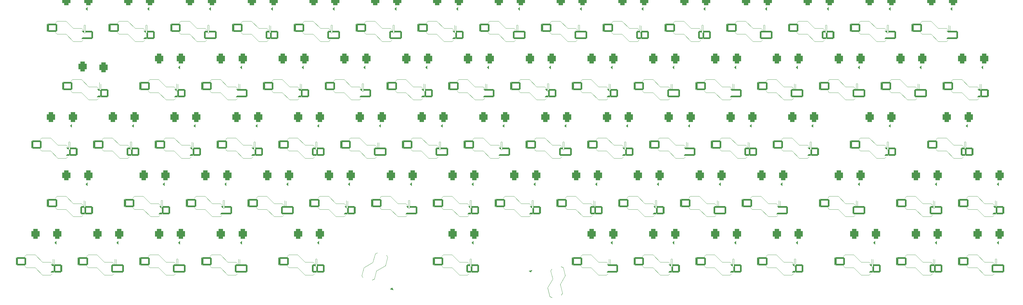
<source format=gbo>
G04 #@! TF.GenerationSoftware,KiCad,Pcbnew,(6.0.2-0)*
G04 #@! TF.CreationDate,2022-07-19T14:21:49+02:00*
G04 #@! TF.ProjectId,choc-keyboard,63686f63-2d6b-4657-9962-6f6172642e6b,rev?*
G04 #@! TF.SameCoordinates,Original*
G04 #@! TF.FileFunction,Legend,Bot*
G04 #@! TF.FilePolarity,Positive*
%FSLAX46Y46*%
G04 Gerber Fmt 4.6, Leading zero omitted, Abs format (unit mm)*
G04 Created by KiCad (PCBNEW (6.0.2-0)) date 2022-07-19 14:21:49*
%MOMM*%
%LPD*%
G01*
G04 APERTURE LIST*
G04 Aperture macros list*
%AMRoundRect*
0 Rectangle with rounded corners*
0 $1 Rounding radius*
0 $2 $3 $4 $5 $6 $7 $8 $9 X,Y pos of 4 corners*
0 Add a 4 corners polygon primitive as box body*
4,1,4,$2,$3,$4,$5,$6,$7,$8,$9,$2,$3,0*
0 Add four circle primitives for the rounded corners*
1,1,$1+$1,$2,$3*
1,1,$1+$1,$4,$5*
1,1,$1+$1,$6,$7*
1,1,$1+$1,$8,$9*
0 Add four rect primitives between the rounded corners*
20,1,$1+$1,$2,$3,$4,$5,0*
20,1,$1+$1,$4,$5,$6,$7,0*
20,1,$1+$1,$6,$7,$8,$9,0*
20,1,$1+$1,$8,$9,$2,$3,0*%
%AMRotRect*
0 Rectangle, with rotation*
0 The origin of the aperture is its center*
0 $1 length*
0 $2 width*
0 $3 Rotation angle, in degrees counterclockwise*
0 Add horizontal line*
21,1,$1,$2,0,0,$3*%
G04 Aperture macros list end*
%ADD10C,0.120000*%
%ADD11C,2.400000*%
%ADD12RoundRect,0.190000X0.760000X1.060000X-0.760000X1.060000X-0.760000X-1.060000X0.760000X-1.060000X0*%
%ADD13RoundRect,0.250000X1.025000X1.000000X-1.025000X1.000000X-1.025000X-1.000000X1.025000X-1.000000X0*%
%ADD14C,2.000000*%
%ADD15C,3.600000*%
%ADD16RoundRect,0.250000X1.675000X1.000000X-1.675000X1.000000X-1.675000X-1.000000X1.675000X-1.000000X0*%
%ADD17R,1.300000X1.200000*%
%ADD18RoundRect,0.050000X0.200000X1.200000X-0.200000X1.200000X-0.200000X-1.200000X0.200000X-1.200000X0*%
%ADD19RoundRect,0.250000X1.250000X1.000000X-1.250000X1.000000X-1.250000X-1.000000X1.250000X-1.000000X0*%
%ADD20RoundRect,0.650000X-0.650000X-0.850000X0.650000X-0.850000X0.650000X0.850000X-0.650000X0.850000X0*%
%ADD21RoundRect,0.250000X0.700636X-1.248893X1.231215X0.731255X-0.700636X1.248893X-1.231215X-0.731255X0*%
%ADD22RoundRect,0.250000X0.532404X-1.876745X1.399448X1.359107X-0.532404X1.876745X-1.399448X-1.359107X0*%
%ADD23RoundRect,0.190000X0.827179X-1.008452X1.220584X0.459755X-0.827179X1.008452X-1.220584X-0.459755X0*%
%ADD24RoundRect,0.050000X1.107347X-0.503768X1.210875X-0.117398X-1.107347X0.503768X-1.210875X0.117398X0*%
%ADD25RotRect,1.300000X1.200000X75.000000*%
%ADD26RoundRect,0.250000X0.642402X-1.466226X1.289450X0.948588X-0.642402X1.466226X-1.289450X-0.948588X0*%
%ADD27RoundRect,0.650000X-0.652805X0.847848X-0.989269X-0.407856X0.652805X-0.847848X0.989269X0.407856X0*%
%ADD28C,2.200000*%
%ADD29C,2.082800*%
%ADD30RotRect,1.300000X1.200000X285.000000*%
%ADD31RoundRect,0.250000X-1.399448X1.359107X-0.532404X-1.876745X1.399448X-1.359107X0.532404X1.876745X0*%
%ADD32RoundRect,0.190000X-1.220584X0.459755X-0.827179X-1.008452X1.220584X-0.459755X0.827179X1.008452X0*%
%ADD33RoundRect,0.050000X-1.210875X-0.117398X-1.107347X-0.503768X1.210875X0.117398X1.107347X0.503768X0*%
%ADD34RoundRect,0.250000X-1.231215X0.731255X-0.700636X-1.248893X1.231215X-0.731255X0.700636X1.248893X0*%
%ADD35RoundRect,0.250000X-1.289450X0.948588X-0.642402X-1.466226X1.289450X-0.948588X0.642402X1.466226X0*%
%ADD36RoundRect,0.650000X0.989269X-0.407856X0.652805X0.847848X-0.989269X0.407856X-0.652805X-0.847848X0*%
%ADD37C,1.778000*%
G04 APERTURE END LIST*
D10*
X88750000Y-23750000D02*
X88250000Y-23250000D01*
X93750000Y-22000000D02*
X96250000Y-22000000D01*
X91500000Y-19750000D02*
X93750000Y-22000000D01*
X96750000Y-25500000D02*
X96250000Y-26000000D01*
X93750000Y-26000000D02*
X91500000Y-23750000D01*
X88750000Y-19750000D02*
X91500000Y-19750000D01*
X91500000Y-23750000D02*
X88750000Y-23750000D01*
X88250000Y-20250000D02*
X88750000Y-19750000D01*
X96250000Y-22000000D02*
X96750000Y-22500000D01*
X96250000Y-26000000D02*
X93750000Y-26000000D01*
X98000000Y-16500000D02*
X97500000Y-16000000D01*
X97500000Y-16000000D02*
X98000000Y-15500000D01*
X98000000Y-15500000D02*
X98000000Y-16500000D01*
G36*
X98000000Y-16500000D02*
G01*
X97500000Y-16000000D01*
X98000000Y-15500000D01*
X98000000Y-16500000D01*
G37*
X98000000Y-16500000D02*
X97500000Y-16000000D01*
X98000000Y-15500000D01*
X98000000Y-16500000D01*
X-6250000Y-19750000D02*
X-3500000Y-19750000D01*
X-1250000Y-22000000D02*
X1250000Y-22000000D01*
X-3500000Y-23750000D02*
X-6250000Y-23750000D01*
X1250000Y-26000000D02*
X-1250000Y-26000000D01*
X1250000Y-22000000D02*
X1750000Y-22500000D01*
X-3500000Y-19750000D02*
X-1250000Y-22000000D01*
X-1250000Y-26000000D02*
X-3500000Y-23750000D01*
X1750000Y-25500000D02*
X1250000Y-26000000D01*
X-6750000Y-20250000D02*
X-6250000Y-19750000D01*
X-6250000Y-23750000D02*
X-6750000Y-23250000D01*
X3000000Y-16500000D02*
X2500000Y-16000000D01*
X2500000Y-16000000D02*
X3000000Y-15500000D01*
X3000000Y-15500000D02*
X3000000Y-16500000D01*
G36*
X3000000Y-16500000D02*
G01*
X2500000Y-16000000D01*
X3000000Y-15500000D01*
X3000000Y-16500000D01*
G37*
X3000000Y-16500000D02*
X2500000Y-16000000D01*
X3000000Y-15500000D01*
X3000000Y-16500000D01*
X67750000Y-44000000D02*
X65250000Y-44000000D01*
X67750000Y-40000000D02*
X68250000Y-40500000D01*
X63000000Y-41750000D02*
X60250000Y-41750000D01*
X59750000Y-38250000D02*
X60250000Y-37750000D01*
X60250000Y-41750000D02*
X59750000Y-41250000D01*
X60250000Y-37750000D02*
X63000000Y-37750000D01*
X65250000Y-40000000D02*
X67750000Y-40000000D01*
X65250000Y-44000000D02*
X63000000Y-41750000D01*
X68250000Y-43500000D02*
X67750000Y-44000000D01*
X63000000Y-37750000D02*
X65250000Y-40000000D01*
X69500000Y-34500000D02*
X69000000Y-34000000D01*
X69000000Y-34000000D02*
X69500000Y-33500000D01*
X69500000Y-33500000D02*
X69500000Y-34500000D01*
G36*
X69500000Y-34500000D02*
G01*
X69000000Y-34000000D01*
X69500000Y-33500000D01*
X69500000Y-34500000D01*
G37*
X69500000Y-34500000D02*
X69000000Y-34000000D01*
X69500000Y-33500000D01*
X69500000Y-34500000D01*
X77250000Y-77750000D02*
X74500000Y-77750000D01*
X74500000Y-77750000D02*
X74000000Y-77250000D01*
X79500000Y-80000000D02*
X77250000Y-77750000D01*
X82000000Y-76000000D02*
X82500000Y-76500000D01*
X82000000Y-80000000D02*
X79500000Y-80000000D01*
X77250000Y-73750000D02*
X79500000Y-76000000D01*
X82500000Y-79500000D02*
X82000000Y-80000000D01*
X79500000Y-76000000D02*
X82000000Y-76000000D01*
X74500000Y-73750000D02*
X77250000Y-73750000D01*
X74000000Y-74250000D02*
X74500000Y-73750000D01*
X83750000Y-70500000D02*
X83250000Y-70000000D01*
X83250000Y-70000000D02*
X83750000Y-69500000D01*
X83750000Y-69500000D02*
X83750000Y-70500000D01*
G36*
X83750000Y-70500000D02*
G01*
X83250000Y-70000000D01*
X83750000Y-69500000D01*
X83750000Y-70500000D01*
G37*
X83750000Y-70500000D02*
X83250000Y-70000000D01*
X83750000Y-69500000D01*
X83750000Y-70500000D01*
X87802623Y-98749227D02*
X87449070Y-98136855D01*
X94715496Y-95166326D02*
X91959821Y-96757317D01*
X91312773Y-99172131D02*
X90700400Y-99525684D01*
X95073695Y-91897658D02*
X95427249Y-92510030D01*
X88096117Y-95722040D02*
X90851793Y-94131050D01*
X87449070Y-98136855D02*
X88096117Y-95722040D01*
X95427249Y-92510030D02*
X94715496Y-95166326D01*
X91563546Y-91474754D02*
X92175918Y-91121201D01*
X90851793Y-94131050D02*
X91563546Y-91474754D01*
X91959821Y-96757317D02*
X91312773Y-99172131D01*
X96172432Y-102286006D02*
X96784804Y-101932453D01*
X96784804Y-101932453D02*
X97138357Y-102544825D01*
X97138357Y-102544825D02*
X96172432Y-102286006D01*
G36*
X97138357Y-102544825D02*
G01*
X96172432Y-102286006D01*
X96784804Y-101932453D01*
X97138357Y-102544825D01*
G37*
X97138357Y-102544825D02*
X96172432Y-102286006D01*
X96784804Y-101932453D01*
X97138357Y-102544825D01*
X112500000Y-91750000D02*
X115250000Y-91750000D01*
X120000000Y-94000000D02*
X120500000Y-94500000D01*
X112500000Y-95750000D02*
X112000000Y-95250000D01*
X115250000Y-95750000D02*
X112500000Y-95750000D01*
X117500000Y-98000000D02*
X115250000Y-95750000D01*
X117500000Y-94000000D02*
X120000000Y-94000000D01*
X120500000Y-97500000D02*
X120000000Y-98000000D01*
X112000000Y-92250000D02*
X112500000Y-91750000D01*
X120000000Y-98000000D02*
X117500000Y-98000000D01*
X115250000Y-91750000D02*
X117500000Y-94000000D01*
X121750000Y-88500000D02*
X121250000Y-88000000D01*
X121250000Y-88000000D02*
X121750000Y-87500000D01*
X121750000Y-87500000D02*
X121750000Y-88500000D01*
G36*
X121750000Y-88500000D02*
G01*
X121250000Y-88000000D01*
X121750000Y-87500000D01*
X121750000Y-88500000D01*
G37*
X121750000Y-88500000D02*
X121250000Y-88000000D01*
X121750000Y-87500000D01*
X121750000Y-88500000D01*
X72500000Y-98000000D02*
X70000000Y-98000000D01*
X73000000Y-97500000D02*
X72500000Y-98000000D01*
X65000000Y-91750000D02*
X67750000Y-91750000D01*
X70000000Y-98000000D02*
X67750000Y-95750000D01*
X67750000Y-91750000D02*
X70000000Y-94000000D01*
X70000000Y-94000000D02*
X72500000Y-94000000D01*
X67750000Y-95750000D02*
X65000000Y-95750000D01*
X72500000Y-94000000D02*
X73000000Y-94500000D01*
X64500000Y-92250000D02*
X65000000Y-91750000D01*
X65000000Y-95750000D02*
X64500000Y-95250000D01*
X74250000Y-88500000D02*
X73750000Y-88000000D01*
X73750000Y-88000000D02*
X74250000Y-87500000D01*
X74250000Y-87500000D02*
X74250000Y-88500000D01*
G36*
X74250000Y-88500000D02*
G01*
X73750000Y-88000000D01*
X74250000Y-87500000D01*
X74250000Y-88500000D01*
G37*
X74250000Y-88500000D02*
X73750000Y-88000000D01*
X74250000Y-87500000D01*
X74250000Y-88500000D01*
X143750000Y-44000000D02*
X141250000Y-44000000D01*
X139000000Y-37750000D02*
X141250000Y-40000000D01*
X139000000Y-41750000D02*
X136250000Y-41750000D01*
X135750000Y-38250000D02*
X136250000Y-37750000D01*
X143750000Y-40000000D02*
X144250000Y-40500000D01*
X141250000Y-44000000D02*
X139000000Y-41750000D01*
X141250000Y-40000000D02*
X143750000Y-40000000D01*
X144250000Y-43500000D02*
X143750000Y-44000000D01*
X136250000Y-41750000D02*
X135750000Y-41250000D01*
X136250000Y-37750000D02*
X139000000Y-37750000D01*
X145500000Y-34500000D02*
X145000000Y-34000000D01*
X145000000Y-34000000D02*
X145500000Y-33500000D01*
X145500000Y-33500000D02*
X145500000Y-34500000D01*
G36*
X145500000Y-34500000D02*
G01*
X145000000Y-34000000D01*
X145500000Y-33500000D01*
X145500000Y-34500000D01*
G37*
X145500000Y-34500000D02*
X145000000Y-34000000D01*
X145500000Y-33500000D01*
X145500000Y-34500000D01*
X264750000Y-26000000D02*
X262500000Y-23750000D01*
X262500000Y-23750000D02*
X259750000Y-23750000D01*
X259750000Y-19750000D02*
X262500000Y-19750000D01*
X264750000Y-22000000D02*
X267250000Y-22000000D01*
X267250000Y-26000000D02*
X264750000Y-26000000D01*
X262500000Y-19750000D02*
X264750000Y-22000000D01*
X267750000Y-25500000D02*
X267250000Y-26000000D01*
X259750000Y-23750000D02*
X259250000Y-23250000D01*
X267250000Y-22000000D02*
X267750000Y-22500000D01*
X259250000Y-20250000D02*
X259750000Y-19750000D01*
X269000000Y-16500000D02*
X268500000Y-16000000D01*
X268500000Y-16000000D02*
X269000000Y-15500000D01*
X269000000Y-15500000D02*
X269000000Y-16500000D01*
G36*
X269000000Y-16500000D02*
G01*
X268500000Y-16000000D01*
X269000000Y-15500000D01*
X269000000Y-16500000D01*
G37*
X269000000Y-16500000D02*
X268500000Y-16000000D01*
X269000000Y-15500000D01*
X269000000Y-16500000D01*
X112500000Y-73750000D02*
X115250000Y-73750000D01*
X112500000Y-77750000D02*
X112000000Y-77250000D01*
X120000000Y-76000000D02*
X120500000Y-76500000D01*
X117500000Y-76000000D02*
X120000000Y-76000000D01*
X115250000Y-77750000D02*
X112500000Y-77750000D01*
X120000000Y-80000000D02*
X117500000Y-80000000D01*
X112000000Y-74250000D02*
X112500000Y-73750000D01*
X115250000Y-73750000D02*
X117500000Y-76000000D01*
X120500000Y-79500000D02*
X120000000Y-80000000D01*
X117500000Y-80000000D02*
X115250000Y-77750000D01*
X121750000Y-70500000D02*
X121250000Y-70000000D01*
X121250000Y-70000000D02*
X121750000Y-69500000D01*
X121750000Y-69500000D02*
X121750000Y-70500000D01*
G36*
X121750000Y-70500000D02*
G01*
X121250000Y-70000000D01*
X121750000Y-69500000D01*
X121750000Y-70500000D01*
G37*
X121750000Y-70500000D02*
X121250000Y-70000000D01*
X121750000Y-69500000D01*
X121750000Y-70500000D01*
X22500000Y-76000000D02*
X25000000Y-76000000D01*
X20250000Y-77750000D02*
X17500000Y-77750000D01*
X25000000Y-76000000D02*
X25500000Y-76500000D01*
X17500000Y-77750000D02*
X17000000Y-77250000D01*
X22500000Y-80000000D02*
X20250000Y-77750000D01*
X25500000Y-79500000D02*
X25000000Y-80000000D01*
X25000000Y-80000000D02*
X22500000Y-80000000D01*
X17000000Y-74250000D02*
X17500000Y-73750000D01*
X17500000Y-73750000D02*
X20250000Y-73750000D01*
X20250000Y-73750000D02*
X22500000Y-76000000D01*
X26750000Y-70500000D02*
X26250000Y-70000000D01*
X26250000Y-70000000D02*
X26750000Y-69500000D01*
X26750000Y-69500000D02*
X26750000Y-70500000D01*
G36*
X26750000Y-70500000D02*
G01*
X26250000Y-70000000D01*
X26750000Y-69500000D01*
X26750000Y-70500000D01*
G37*
X26750000Y-70500000D02*
X26250000Y-70000000D01*
X26750000Y-69500000D01*
X26750000Y-70500000D01*
X229250000Y-26000000D02*
X226750000Y-26000000D01*
X221750000Y-19750000D02*
X224500000Y-19750000D01*
X229750000Y-25500000D02*
X229250000Y-26000000D01*
X221250000Y-20250000D02*
X221750000Y-19750000D01*
X226750000Y-22000000D02*
X229250000Y-22000000D01*
X221750000Y-23750000D02*
X221250000Y-23250000D01*
X224500000Y-19750000D02*
X226750000Y-22000000D01*
X224500000Y-23750000D02*
X221750000Y-23750000D01*
X229250000Y-22000000D02*
X229750000Y-22500000D01*
X226750000Y-26000000D02*
X224500000Y-23750000D01*
X231000000Y-16500000D02*
X230500000Y-16000000D01*
X230500000Y-16000000D02*
X231000000Y-15500000D01*
X231000000Y-15500000D02*
X231000000Y-16500000D01*
G36*
X231000000Y-16500000D02*
G01*
X230500000Y-16000000D01*
X231000000Y-15500000D01*
X231000000Y-16500000D01*
G37*
X231000000Y-16500000D02*
X230500000Y-16000000D01*
X231000000Y-15500000D01*
X231000000Y-16500000D01*
X219750000Y-44000000D02*
X217250000Y-44000000D01*
X220250000Y-43500000D02*
X219750000Y-44000000D01*
X211750000Y-38250000D02*
X212250000Y-37750000D01*
X212250000Y-37750000D02*
X215000000Y-37750000D01*
X219750000Y-40000000D02*
X220250000Y-40500000D01*
X212250000Y-41750000D02*
X211750000Y-41250000D01*
X215000000Y-37750000D02*
X217250000Y-40000000D01*
X215000000Y-41750000D02*
X212250000Y-41750000D01*
X217250000Y-40000000D02*
X219750000Y-40000000D01*
X217250000Y-44000000D02*
X215000000Y-41750000D01*
X221500000Y-34500000D02*
X221000000Y-34000000D01*
X221000000Y-34000000D02*
X221500000Y-33500000D01*
X221500000Y-33500000D02*
X221500000Y-34500000D01*
G36*
X221500000Y-34500000D02*
G01*
X221000000Y-34000000D01*
X221500000Y-33500000D01*
X221500000Y-34500000D01*
G37*
X221500000Y-34500000D02*
X221000000Y-34000000D01*
X221500000Y-33500000D01*
X221500000Y-34500000D01*
X173750000Y-38250000D02*
X174250000Y-37750000D01*
X181750000Y-40000000D02*
X182250000Y-40500000D01*
X174250000Y-41750000D02*
X173750000Y-41250000D01*
X179250000Y-40000000D02*
X181750000Y-40000000D01*
X177000000Y-41750000D02*
X174250000Y-41750000D01*
X182250000Y-43500000D02*
X181750000Y-44000000D01*
X174250000Y-37750000D02*
X177000000Y-37750000D01*
X179250000Y-44000000D02*
X177000000Y-41750000D01*
X181750000Y-44000000D02*
X179250000Y-44000000D01*
X177000000Y-37750000D02*
X179250000Y-40000000D01*
X183500000Y-34500000D02*
X183000000Y-34000000D01*
X183000000Y-34000000D02*
X183500000Y-33500000D01*
X183500000Y-33500000D02*
X183500000Y-34500000D01*
G36*
X183500000Y-34500000D02*
G01*
X183000000Y-34000000D01*
X183500000Y-33500000D01*
X183500000Y-34500000D01*
G37*
X183500000Y-34500000D02*
X183000000Y-34000000D01*
X183500000Y-33500000D01*
X183500000Y-34500000D01*
X196000000Y-41750000D02*
X193250000Y-41750000D01*
X198250000Y-44000000D02*
X196000000Y-41750000D01*
X201250000Y-43500000D02*
X200750000Y-44000000D01*
X200750000Y-44000000D02*
X198250000Y-44000000D01*
X196000000Y-37750000D02*
X198250000Y-40000000D01*
X198250000Y-40000000D02*
X200750000Y-40000000D01*
X200750000Y-40000000D02*
X201250000Y-40500000D01*
X193250000Y-41750000D02*
X192750000Y-41250000D01*
X192750000Y-38250000D02*
X193250000Y-37750000D01*
X193250000Y-37750000D02*
X196000000Y-37750000D01*
X202500000Y-34500000D02*
X202000000Y-34000000D01*
X202000000Y-34000000D02*
X202500000Y-33500000D01*
X202500000Y-33500000D02*
X202500000Y-34500000D01*
G36*
X202500000Y-34500000D02*
G01*
X202000000Y-34000000D01*
X202500000Y-33500000D01*
X202500000Y-34500000D01*
G37*
X202500000Y-34500000D02*
X202000000Y-34000000D01*
X202500000Y-33500000D01*
X202500000Y-34500000D01*
X238750000Y-95750000D02*
X236000000Y-95750000D01*
X238750000Y-91750000D02*
X241000000Y-94000000D01*
X243500000Y-98000000D02*
X241000000Y-98000000D01*
X244000000Y-97500000D02*
X243500000Y-98000000D01*
X241000000Y-94000000D02*
X243500000Y-94000000D01*
X235500000Y-92250000D02*
X236000000Y-91750000D01*
X243500000Y-94000000D02*
X244000000Y-94500000D01*
X236000000Y-95750000D02*
X235500000Y-95250000D01*
X236000000Y-91750000D02*
X238750000Y-91750000D01*
X241000000Y-98000000D02*
X238750000Y-95750000D01*
X245250000Y-88500000D02*
X244750000Y-88000000D01*
X244750000Y-88000000D02*
X245250000Y-87500000D01*
X245250000Y-87500000D02*
X245250000Y-88500000D01*
G36*
X245250000Y-88500000D02*
G01*
X244750000Y-88000000D01*
X245250000Y-87500000D01*
X245250000Y-88500000D01*
G37*
X245250000Y-88500000D02*
X244750000Y-88000000D01*
X245250000Y-87500000D01*
X245250000Y-88500000D01*
X91500000Y-58000000D02*
X92000000Y-58500000D01*
X86750000Y-59750000D02*
X84000000Y-59750000D01*
X83500000Y-56250000D02*
X84000000Y-55750000D01*
X89000000Y-58000000D02*
X91500000Y-58000000D01*
X84000000Y-59750000D02*
X83500000Y-59250000D01*
X84000000Y-55750000D02*
X86750000Y-55750000D01*
X89000000Y-62000000D02*
X86750000Y-59750000D01*
X91500000Y-62000000D02*
X89000000Y-62000000D01*
X86750000Y-55750000D02*
X89000000Y-58000000D01*
X92000000Y-61500000D02*
X91500000Y-62000000D01*
X93250000Y-52500000D02*
X92750000Y-52000000D01*
X92750000Y-52000000D02*
X93250000Y-51500000D01*
X93250000Y-51500000D02*
X93250000Y-52500000D01*
G36*
X93250000Y-52500000D02*
G01*
X92750000Y-52000000D01*
X93250000Y-51500000D01*
X93250000Y-52500000D01*
G37*
X93250000Y-52500000D02*
X92750000Y-52000000D01*
X93250000Y-51500000D01*
X93250000Y-52500000D01*
X-3500000Y-77750000D02*
X-6250000Y-77750000D01*
X-6250000Y-73750000D02*
X-3500000Y-73750000D01*
X1250000Y-80000000D02*
X-1250000Y-80000000D01*
X-6250000Y-77750000D02*
X-6750000Y-77250000D01*
X-3500000Y-73750000D02*
X-1250000Y-76000000D01*
X1250000Y-76000000D02*
X1750000Y-76500000D01*
X-1250000Y-80000000D02*
X-3500000Y-77750000D01*
X-6750000Y-74250000D02*
X-6250000Y-73750000D01*
X1750000Y-79500000D02*
X1250000Y-80000000D01*
X-1250000Y-76000000D02*
X1250000Y-76000000D01*
X3000000Y-70500000D02*
X2500000Y-70000000D01*
X2500000Y-70000000D02*
X3000000Y-69500000D01*
X3000000Y-69500000D02*
X3000000Y-70500000D01*
G36*
X3000000Y-70500000D02*
G01*
X2500000Y-70000000D01*
X3000000Y-69500000D01*
X3000000Y-70500000D01*
G37*
X3000000Y-70500000D02*
X2500000Y-70000000D01*
X3000000Y-69500000D01*
X3000000Y-70500000D01*
X25000000Y-37750000D02*
X27250000Y-40000000D01*
X27250000Y-40000000D02*
X29750000Y-40000000D01*
X29750000Y-44000000D02*
X27250000Y-44000000D01*
X30250000Y-43500000D02*
X29750000Y-44000000D01*
X27250000Y-44000000D02*
X25000000Y-41750000D01*
X29750000Y-40000000D02*
X30250000Y-40500000D01*
X21750000Y-38250000D02*
X22250000Y-37750000D01*
X22250000Y-37750000D02*
X25000000Y-37750000D01*
X22250000Y-41750000D02*
X21750000Y-41250000D01*
X25000000Y-41750000D02*
X22250000Y-41750000D01*
X31500000Y-34500000D02*
X31000000Y-34000000D01*
X31000000Y-34000000D02*
X31500000Y-33500000D01*
X31500000Y-33500000D02*
X31500000Y-34500000D01*
G36*
X31500000Y-34500000D02*
G01*
X31000000Y-34000000D01*
X31500000Y-33500000D01*
X31500000Y-34500000D01*
G37*
X31500000Y-34500000D02*
X31000000Y-34000000D01*
X31500000Y-33500000D01*
X31500000Y-34500000D01*
X8250000Y-98000000D02*
X6000000Y-95750000D01*
X8250000Y-94000000D02*
X10750000Y-94000000D01*
X2750000Y-92250000D02*
X3250000Y-91750000D01*
X11250000Y-97500000D02*
X10750000Y-98000000D01*
X10750000Y-98000000D02*
X8250000Y-98000000D01*
X6000000Y-91750000D02*
X8250000Y-94000000D01*
X10750000Y-94000000D02*
X11250000Y-94500000D01*
X3250000Y-91750000D02*
X6000000Y-91750000D01*
X3250000Y-95750000D02*
X2750000Y-95250000D01*
X6000000Y-95750000D02*
X3250000Y-95750000D01*
X12500000Y-88500000D02*
X12000000Y-88000000D01*
X12000000Y-88000000D02*
X12500000Y-87500000D01*
X12500000Y-87500000D02*
X12500000Y-88500000D01*
G36*
X12500000Y-88500000D02*
G01*
X12000000Y-88000000D01*
X12500000Y-87500000D01*
X12500000Y-88500000D01*
G37*
X12500000Y-88500000D02*
X12000000Y-88000000D01*
X12500000Y-87500000D01*
X12500000Y-88500000D01*
X10750000Y-55750000D02*
X13000000Y-58000000D01*
X8000000Y-59750000D02*
X7500000Y-59250000D01*
X7500000Y-56250000D02*
X8000000Y-55750000D01*
X13000000Y-62000000D02*
X10750000Y-59750000D01*
X8000000Y-55750000D02*
X10750000Y-55750000D01*
X13000000Y-58000000D02*
X15500000Y-58000000D01*
X10750000Y-59750000D02*
X8000000Y-59750000D01*
X15500000Y-58000000D02*
X16000000Y-58500000D01*
X15500000Y-62000000D02*
X13000000Y-62000000D01*
X16000000Y-61500000D02*
X15500000Y-62000000D01*
X17250000Y-52500000D02*
X16750000Y-52000000D01*
X16750000Y-52000000D02*
X17250000Y-51500000D01*
X17250000Y-51500000D02*
X17250000Y-52500000D01*
G36*
X17250000Y-52500000D02*
G01*
X16750000Y-52000000D01*
X17250000Y-51500000D01*
X17250000Y-52500000D01*
G37*
X17250000Y-52500000D02*
X16750000Y-52000000D01*
X17250000Y-51500000D01*
X17250000Y-52500000D01*
X250250000Y-37750000D02*
X253000000Y-37750000D01*
X258250000Y-43500000D02*
X257750000Y-44000000D01*
X249750000Y-38250000D02*
X250250000Y-37750000D01*
X255250000Y-40000000D02*
X257750000Y-40000000D01*
X255250000Y-44000000D02*
X253000000Y-41750000D01*
X257750000Y-44000000D02*
X255250000Y-44000000D01*
X257750000Y-40000000D02*
X258250000Y-40500000D01*
X253000000Y-41750000D02*
X250250000Y-41750000D01*
X250250000Y-41750000D02*
X249750000Y-41250000D01*
X253000000Y-37750000D02*
X255250000Y-40000000D01*
X259500000Y-34500000D02*
X259000000Y-34000000D01*
X259000000Y-34000000D02*
X259500000Y-33500000D01*
X259500000Y-33500000D02*
X259500000Y-34500000D01*
G36*
X259500000Y-34500000D02*
G01*
X259000000Y-34000000D01*
X259500000Y-33500000D01*
X259500000Y-34500000D01*
G37*
X259500000Y-34500000D02*
X259000000Y-34000000D01*
X259500000Y-33500000D01*
X259500000Y-34500000D01*
X48750000Y-98000000D02*
X46250000Y-98000000D01*
X46250000Y-98000000D02*
X44000000Y-95750000D01*
X48750000Y-94000000D02*
X49250000Y-94500000D01*
X41250000Y-91750000D02*
X44000000Y-91750000D01*
X44000000Y-91750000D02*
X46250000Y-94000000D01*
X46250000Y-94000000D02*
X48750000Y-94000000D01*
X44000000Y-95750000D02*
X41250000Y-95750000D01*
X49250000Y-97500000D02*
X48750000Y-98000000D01*
X40750000Y-92250000D02*
X41250000Y-91750000D01*
X41250000Y-95750000D02*
X40750000Y-95250000D01*
X50500000Y-88500000D02*
X50000000Y-88000000D01*
X50000000Y-88000000D02*
X50500000Y-87500000D01*
X50500000Y-87500000D02*
X50500000Y-88500000D01*
G36*
X50500000Y-88500000D02*
G01*
X50000000Y-88000000D01*
X50500000Y-87500000D01*
X50500000Y-88500000D01*
G37*
X50500000Y-88500000D02*
X50000000Y-88000000D01*
X50500000Y-87500000D01*
X50500000Y-88500000D01*
X53500000Y-62000000D02*
X51000000Y-62000000D01*
X46000000Y-59750000D02*
X45500000Y-59250000D01*
X51000000Y-58000000D02*
X53500000Y-58000000D01*
X53500000Y-58000000D02*
X54000000Y-58500000D01*
X54000000Y-61500000D02*
X53500000Y-62000000D01*
X48750000Y-55750000D02*
X51000000Y-58000000D01*
X45500000Y-56250000D02*
X46000000Y-55750000D01*
X51000000Y-62000000D02*
X48750000Y-59750000D01*
X46000000Y-55750000D02*
X48750000Y-55750000D01*
X48750000Y-59750000D02*
X46000000Y-59750000D01*
X55250000Y-52500000D02*
X54750000Y-52000000D01*
X54750000Y-52000000D02*
X55250000Y-51500000D01*
X55250000Y-51500000D02*
X55250000Y-52500000D01*
G36*
X55250000Y-52500000D02*
G01*
X54750000Y-52000000D01*
X55250000Y-51500000D01*
X55250000Y-52500000D01*
G37*
X55250000Y-52500000D02*
X54750000Y-52000000D01*
X55250000Y-51500000D01*
X55250000Y-52500000D01*
X44000000Y-41750000D02*
X41250000Y-41750000D01*
X41250000Y-41750000D02*
X40750000Y-41250000D01*
X49250000Y-43500000D02*
X48750000Y-44000000D01*
X40750000Y-38250000D02*
X41250000Y-37750000D01*
X44000000Y-37750000D02*
X46250000Y-40000000D01*
X41250000Y-37750000D02*
X44000000Y-37750000D01*
X46250000Y-44000000D02*
X44000000Y-41750000D01*
X48750000Y-40000000D02*
X49250000Y-40500000D01*
X46250000Y-40000000D02*
X48750000Y-40000000D01*
X48750000Y-44000000D02*
X46250000Y-44000000D01*
X50500000Y-34500000D02*
X50000000Y-34000000D01*
X50000000Y-34000000D02*
X50500000Y-33500000D01*
X50500000Y-33500000D02*
X50500000Y-34500000D01*
G36*
X50500000Y-34500000D02*
G01*
X50000000Y-34000000D01*
X50500000Y-33500000D01*
X50500000Y-34500000D01*
G37*
X50500000Y-34500000D02*
X50000000Y-34000000D01*
X50500000Y-33500000D01*
X50500000Y-34500000D01*
X248250000Y-58000000D02*
X248750000Y-58500000D01*
X240750000Y-59750000D02*
X240250000Y-59250000D01*
X248750000Y-61500000D02*
X248250000Y-62000000D01*
X243500000Y-59750000D02*
X240750000Y-59750000D01*
X240250000Y-56250000D02*
X240750000Y-55750000D01*
X240750000Y-55750000D02*
X243500000Y-55750000D01*
X248250000Y-62000000D02*
X245750000Y-62000000D01*
X243500000Y-55750000D02*
X245750000Y-58000000D01*
X245750000Y-62000000D02*
X243500000Y-59750000D01*
X245750000Y-58000000D02*
X248250000Y-58000000D01*
X250000000Y-52500000D02*
X249500000Y-52000000D01*
X249500000Y-52000000D02*
X250000000Y-51500000D01*
X250000000Y-51500000D02*
X250000000Y-52500000D01*
G36*
X250000000Y-52500000D02*
G01*
X249500000Y-52000000D01*
X250000000Y-51500000D01*
X250000000Y-52500000D01*
G37*
X250000000Y-52500000D02*
X249500000Y-52000000D01*
X250000000Y-51500000D01*
X250000000Y-52500000D01*
X107250000Y-20250000D02*
X107750000Y-19750000D01*
X107750000Y-19750000D02*
X110500000Y-19750000D01*
X112750000Y-22000000D02*
X115250000Y-22000000D01*
X112750000Y-26000000D02*
X110500000Y-23750000D01*
X107750000Y-23750000D02*
X107250000Y-23250000D01*
X110500000Y-19750000D02*
X112750000Y-22000000D01*
X115750000Y-25500000D02*
X115250000Y-26000000D01*
X115250000Y-26000000D02*
X112750000Y-26000000D01*
X115250000Y-22000000D02*
X115750000Y-22500000D01*
X110500000Y-23750000D02*
X107750000Y-23750000D01*
X117000000Y-16500000D02*
X116500000Y-16000000D01*
X116500000Y-16000000D02*
X117000000Y-15500000D01*
X117000000Y-15500000D02*
X117000000Y-16500000D01*
G36*
X117000000Y-16500000D02*
G01*
X116500000Y-16000000D01*
X117000000Y-15500000D01*
X117000000Y-16500000D01*
G37*
X117000000Y-16500000D02*
X116500000Y-16000000D01*
X117000000Y-15500000D01*
X117000000Y-16500000D01*
X-8250000Y-59750000D02*
X-11000000Y-59750000D01*
X-6000000Y-62000000D02*
X-8250000Y-59750000D01*
X-11000000Y-59750000D02*
X-11500000Y-59250000D01*
X-3500000Y-58000000D02*
X-3000000Y-58500000D01*
X-8250000Y-55750000D02*
X-6000000Y-58000000D01*
X-3000000Y-61500000D02*
X-3500000Y-62000000D01*
X-3500000Y-62000000D02*
X-6000000Y-62000000D01*
X-11500000Y-56250000D02*
X-11000000Y-55750000D01*
X-6000000Y-58000000D02*
X-3500000Y-58000000D01*
X-11000000Y-55750000D02*
X-8250000Y-55750000D01*
X-1750000Y-52500000D02*
X-2250000Y-52000000D01*
X-2250000Y-52000000D02*
X-1750000Y-51500000D01*
X-1750000Y-51500000D02*
X-1750000Y-52500000D01*
G36*
X-1750000Y-52500000D02*
G01*
X-2250000Y-52000000D01*
X-1750000Y-51500000D01*
X-1750000Y-52500000D01*
G37*
X-1750000Y-52500000D02*
X-2250000Y-52000000D01*
X-1750000Y-51500000D01*
X-1750000Y-52500000D01*
X162750000Y-94000000D02*
X163250000Y-94500000D01*
X158000000Y-95750000D02*
X155250000Y-95750000D01*
X162750000Y-98000000D02*
X160250000Y-98000000D01*
X160250000Y-98000000D02*
X158000000Y-95750000D01*
X160250000Y-94000000D02*
X162750000Y-94000000D01*
X158000000Y-91750000D02*
X160250000Y-94000000D01*
X155250000Y-95750000D02*
X154750000Y-95250000D01*
X163250000Y-97500000D02*
X162750000Y-98000000D01*
X154750000Y-92250000D02*
X155250000Y-91750000D01*
X155250000Y-91750000D02*
X158000000Y-91750000D01*
X164500000Y-88500000D02*
X164000000Y-88000000D01*
X164000000Y-88000000D02*
X164500000Y-87500000D01*
X164500000Y-87500000D02*
X164500000Y-88500000D01*
G36*
X164500000Y-88500000D02*
G01*
X164000000Y-88000000D01*
X164500000Y-87500000D01*
X164500000Y-88500000D01*
G37*
X164500000Y-88500000D02*
X164000000Y-88000000D01*
X164500000Y-87500000D01*
X164500000Y-88500000D01*
X207500000Y-77750000D02*
X207000000Y-77250000D01*
X215000000Y-80000000D02*
X212500000Y-80000000D01*
X215000000Y-76000000D02*
X215500000Y-76500000D01*
X210250000Y-73750000D02*
X212500000Y-76000000D01*
X207000000Y-74250000D02*
X207500000Y-73750000D01*
X212500000Y-80000000D02*
X210250000Y-77750000D01*
X210250000Y-77750000D02*
X207500000Y-77750000D01*
X207500000Y-73750000D02*
X210250000Y-73750000D01*
X215500000Y-79500000D02*
X215000000Y-80000000D01*
X212500000Y-76000000D02*
X215000000Y-76000000D01*
X216750000Y-70500000D02*
X216250000Y-70000000D01*
X216250000Y-70000000D02*
X216750000Y-69500000D01*
X216750000Y-69500000D02*
X216750000Y-70500000D01*
G36*
X216750000Y-70500000D02*
G01*
X216250000Y-70000000D01*
X216750000Y-69500000D01*
X216750000Y-70500000D01*
G37*
X216750000Y-70500000D02*
X216250000Y-70000000D01*
X216750000Y-69500000D01*
X216750000Y-70500000D01*
X264500000Y-55750000D02*
X267250000Y-55750000D01*
X272000000Y-58000000D02*
X272500000Y-58500000D01*
X272500000Y-61500000D02*
X272000000Y-62000000D01*
X267250000Y-55750000D02*
X269500000Y-58000000D01*
X269500000Y-62000000D02*
X267250000Y-59750000D01*
X264000000Y-56250000D02*
X264500000Y-55750000D01*
X269500000Y-58000000D02*
X272000000Y-58000000D01*
X264500000Y-59750000D02*
X264000000Y-59250000D01*
X267250000Y-59750000D02*
X264500000Y-59750000D01*
X272000000Y-62000000D02*
X269500000Y-62000000D01*
X273750000Y-52500000D02*
X273250000Y-52000000D01*
X273250000Y-52000000D02*
X273750000Y-51500000D01*
X273750000Y-51500000D02*
X273750000Y-52500000D01*
G36*
X273750000Y-52500000D02*
G01*
X273250000Y-52000000D01*
X273750000Y-51500000D01*
X273750000Y-52500000D01*
G37*
X273750000Y-52500000D02*
X273250000Y-52000000D01*
X273750000Y-51500000D01*
X273750000Y-52500000D01*
X188500000Y-73750000D02*
X191250000Y-73750000D01*
X196500000Y-79500000D02*
X196000000Y-80000000D01*
X188500000Y-77750000D02*
X188000000Y-77250000D01*
X188000000Y-74250000D02*
X188500000Y-73750000D01*
X196000000Y-80000000D02*
X193500000Y-80000000D01*
X193500000Y-80000000D02*
X191250000Y-77750000D01*
X196000000Y-76000000D02*
X196500000Y-76500000D01*
X193500000Y-76000000D02*
X196000000Y-76000000D01*
X191250000Y-77750000D02*
X188500000Y-77750000D01*
X191250000Y-73750000D02*
X193500000Y-76000000D01*
X197750000Y-70500000D02*
X197250000Y-70000000D01*
X197250000Y-70000000D02*
X197750000Y-69500000D01*
X197750000Y-69500000D02*
X197750000Y-70500000D01*
G36*
X197750000Y-70500000D02*
G01*
X197250000Y-70000000D01*
X197750000Y-69500000D01*
X197750000Y-70500000D01*
G37*
X197750000Y-70500000D02*
X197250000Y-70000000D01*
X197750000Y-69500000D01*
X197750000Y-70500000D01*
X131500000Y-77750000D02*
X131000000Y-77250000D01*
X131500000Y-73750000D02*
X134250000Y-73750000D01*
X134250000Y-73750000D02*
X136500000Y-76000000D01*
X139500000Y-79500000D02*
X139000000Y-80000000D01*
X134250000Y-77750000D02*
X131500000Y-77750000D01*
X139000000Y-80000000D02*
X136500000Y-80000000D01*
X131000000Y-74250000D02*
X131500000Y-73750000D01*
X136500000Y-80000000D02*
X134250000Y-77750000D01*
X139000000Y-76000000D02*
X139500000Y-76500000D01*
X136500000Y-76000000D02*
X139000000Y-76000000D01*
X140750000Y-70500000D02*
X140250000Y-70000000D01*
X140250000Y-70000000D02*
X140750000Y-69500000D01*
X140750000Y-69500000D02*
X140750000Y-70500000D01*
G36*
X140750000Y-70500000D02*
G01*
X140250000Y-70000000D01*
X140750000Y-69500000D01*
X140750000Y-70500000D01*
G37*
X140750000Y-70500000D02*
X140250000Y-70000000D01*
X140750000Y-69500000D01*
X140750000Y-70500000D01*
X148791510Y-95368487D02*
X149403883Y-95722040D01*
X145540179Y-96757317D02*
X145893733Y-96144944D01*
X144596237Y-101927807D02*
X146187227Y-99172131D01*
X149171693Y-103548827D02*
X148818139Y-104161199D01*
X150050930Y-98136855D02*
X148459940Y-100892531D01*
X148459940Y-100892531D02*
X149171693Y-103548827D01*
X145920362Y-104937656D02*
X145307989Y-104584103D01*
X149403883Y-95722040D02*
X150050930Y-98136855D01*
X145307989Y-104584103D02*
X144596237Y-101927807D01*
X146187227Y-99172131D02*
X145540179Y-96757317D01*
X139774654Y-96490451D02*
X139421101Y-97102824D01*
X139421101Y-97102824D02*
X138808728Y-96749270D01*
X138808728Y-96749270D02*
X139774654Y-96490451D01*
G36*
X139421101Y-97102824D02*
G01*
X138808728Y-96749270D01*
X139774654Y-96490451D01*
X139421101Y-97102824D01*
G37*
X139421101Y-97102824D02*
X138808728Y-96749270D01*
X139774654Y-96490451D01*
X139421101Y-97102824D01*
X262500000Y-76000000D02*
X263000000Y-76500000D01*
X260000000Y-80000000D02*
X257750000Y-77750000D01*
X260000000Y-76000000D02*
X262500000Y-76000000D01*
X254500000Y-74250000D02*
X255000000Y-73750000D01*
X255000000Y-77750000D02*
X254500000Y-77250000D01*
X255000000Y-73750000D02*
X257750000Y-73750000D01*
X262500000Y-80000000D02*
X260000000Y-80000000D01*
X257750000Y-73750000D02*
X260000000Y-76000000D01*
X257750000Y-77750000D02*
X255000000Y-77750000D01*
X263000000Y-79500000D02*
X262500000Y-80000000D01*
X264250000Y-70500000D02*
X263750000Y-70000000D01*
X263750000Y-70000000D02*
X264250000Y-69500000D01*
X264250000Y-69500000D02*
X264250000Y-70500000D01*
G36*
X264250000Y-70500000D02*
G01*
X263750000Y-70000000D01*
X264250000Y-69500000D01*
X264250000Y-70500000D01*
G37*
X264250000Y-70500000D02*
X263750000Y-70000000D01*
X264250000Y-69500000D01*
X264250000Y-70500000D01*
X179250000Y-98000000D02*
X177000000Y-95750000D01*
X177000000Y-91750000D02*
X179250000Y-94000000D01*
X182250000Y-97500000D02*
X181750000Y-98000000D01*
X173750000Y-92250000D02*
X174250000Y-91750000D01*
X174250000Y-91750000D02*
X177000000Y-91750000D01*
X181750000Y-94000000D02*
X182250000Y-94500000D01*
X174250000Y-95750000D02*
X173750000Y-95250000D01*
X177000000Y-95750000D02*
X174250000Y-95750000D01*
X181750000Y-98000000D02*
X179250000Y-98000000D01*
X179250000Y-94000000D02*
X181750000Y-94000000D01*
X183500000Y-88500000D02*
X183000000Y-88000000D01*
X183000000Y-88000000D02*
X183500000Y-87500000D01*
X183500000Y-87500000D02*
X183500000Y-88500000D01*
G36*
X183500000Y-88500000D02*
G01*
X183000000Y-88000000D01*
X183500000Y-87500000D01*
X183500000Y-88500000D01*
G37*
X183500000Y-88500000D02*
X183000000Y-88000000D01*
X183500000Y-87500000D01*
X183500000Y-88500000D01*
X200750000Y-59750000D02*
X198000000Y-59750000D01*
X197500000Y-56250000D02*
X198000000Y-55750000D01*
X200750000Y-55750000D02*
X203000000Y-58000000D01*
X198000000Y-59750000D02*
X197500000Y-59250000D01*
X206000000Y-61500000D02*
X205500000Y-62000000D01*
X205500000Y-58000000D02*
X206000000Y-58500000D01*
X203000000Y-62000000D02*
X200750000Y-59750000D01*
X203000000Y-58000000D02*
X205500000Y-58000000D01*
X198000000Y-55750000D02*
X200750000Y-55750000D01*
X205500000Y-62000000D02*
X203000000Y-62000000D01*
X207250000Y-52500000D02*
X206750000Y-52000000D01*
X206750000Y-52000000D02*
X207250000Y-51500000D01*
X207250000Y-51500000D02*
X207250000Y-52500000D01*
G36*
X207250000Y-52500000D02*
G01*
X206750000Y-52000000D01*
X207250000Y-51500000D01*
X207250000Y-52500000D01*
G37*
X207250000Y-52500000D02*
X206750000Y-52000000D01*
X207250000Y-51500000D01*
X207250000Y-52500000D01*
X219750000Y-59750000D02*
X217000000Y-59750000D01*
X217000000Y-59750000D02*
X216500000Y-59250000D01*
X219750000Y-55750000D02*
X222000000Y-58000000D01*
X222000000Y-62000000D02*
X219750000Y-59750000D01*
X224500000Y-58000000D02*
X225000000Y-58500000D01*
X224500000Y-62000000D02*
X222000000Y-62000000D01*
X217000000Y-55750000D02*
X219750000Y-55750000D01*
X216500000Y-56250000D02*
X217000000Y-55750000D01*
X222000000Y-58000000D02*
X224500000Y-58000000D01*
X225000000Y-61500000D02*
X224500000Y-62000000D01*
X226250000Y-52500000D02*
X225750000Y-52000000D01*
X225750000Y-52000000D02*
X226250000Y-51500000D01*
X226250000Y-51500000D02*
X226250000Y-52500000D01*
G36*
X226250000Y-52500000D02*
G01*
X225750000Y-52000000D01*
X226250000Y-51500000D01*
X226250000Y-52500000D01*
G37*
X226250000Y-52500000D02*
X225750000Y-52000000D01*
X226250000Y-51500000D01*
X226250000Y-52500000D01*
X53500000Y-19750000D02*
X55750000Y-22000000D01*
X58250000Y-26000000D02*
X55750000Y-26000000D01*
X50750000Y-19750000D02*
X53500000Y-19750000D01*
X55750000Y-22000000D02*
X58250000Y-22000000D01*
X55750000Y-26000000D02*
X53500000Y-23750000D01*
X53500000Y-23750000D02*
X50750000Y-23750000D01*
X50750000Y-23750000D02*
X50250000Y-23250000D01*
X58750000Y-25500000D02*
X58250000Y-26000000D01*
X50250000Y-20250000D02*
X50750000Y-19750000D01*
X58250000Y-22000000D02*
X58750000Y-22500000D01*
X60000000Y-16500000D02*
X59500000Y-16000000D01*
X59500000Y-16000000D02*
X60000000Y-15500000D01*
X60000000Y-15500000D02*
X60000000Y-16500000D01*
G36*
X60000000Y-16500000D02*
G01*
X59500000Y-16000000D01*
X60000000Y-15500000D01*
X60000000Y-16500000D01*
G37*
X60000000Y-16500000D02*
X59500000Y-16000000D01*
X60000000Y-15500000D01*
X60000000Y-16500000D01*
X122250000Y-40000000D02*
X124750000Y-40000000D01*
X120000000Y-41750000D02*
X117250000Y-41750000D01*
X117250000Y-41750000D02*
X116750000Y-41250000D01*
X125250000Y-43500000D02*
X124750000Y-44000000D01*
X124750000Y-44000000D02*
X122250000Y-44000000D01*
X116750000Y-38250000D02*
X117250000Y-37750000D01*
X120000000Y-37750000D02*
X122250000Y-40000000D01*
X124750000Y-40000000D02*
X125250000Y-40500000D01*
X117250000Y-37750000D02*
X120000000Y-37750000D01*
X122250000Y-44000000D02*
X120000000Y-41750000D01*
X126500000Y-34500000D02*
X126000000Y-34000000D01*
X126000000Y-34000000D02*
X126500000Y-33500000D01*
X126500000Y-33500000D02*
X126500000Y-34500000D01*
G36*
X126500000Y-34500000D02*
G01*
X126000000Y-34000000D01*
X126500000Y-33500000D01*
X126500000Y-34500000D01*
G37*
X126500000Y-34500000D02*
X126000000Y-34000000D01*
X126500000Y-33500000D01*
X126500000Y-34500000D01*
X32000000Y-62000000D02*
X29750000Y-59750000D01*
X27000000Y-55750000D02*
X29750000Y-55750000D01*
X29750000Y-59750000D02*
X27000000Y-59750000D01*
X29750000Y-55750000D02*
X32000000Y-58000000D01*
X34500000Y-62000000D02*
X32000000Y-62000000D01*
X34500000Y-58000000D02*
X35000000Y-58500000D01*
X32000000Y-58000000D02*
X34500000Y-58000000D01*
X35000000Y-61500000D02*
X34500000Y-62000000D01*
X27000000Y-59750000D02*
X26500000Y-59250000D01*
X26500000Y-56250000D02*
X27000000Y-55750000D01*
X36250000Y-52500000D02*
X35750000Y-52000000D01*
X35750000Y-52000000D02*
X36250000Y-51500000D01*
X36250000Y-51500000D02*
X36250000Y-52500000D01*
G36*
X36250000Y-52500000D02*
G01*
X35750000Y-52000000D01*
X36250000Y-51500000D01*
X36250000Y-52500000D01*
G37*
X36250000Y-52500000D02*
X35750000Y-52000000D01*
X36250000Y-51500000D01*
X36250000Y-52500000D01*
X93500000Y-73750000D02*
X96250000Y-73750000D01*
X93000000Y-74250000D02*
X93500000Y-73750000D01*
X101000000Y-76000000D02*
X101500000Y-76500000D01*
X96250000Y-77750000D02*
X93500000Y-77750000D01*
X96250000Y-73750000D02*
X98500000Y-76000000D01*
X101000000Y-80000000D02*
X98500000Y-80000000D01*
X101500000Y-79500000D02*
X101000000Y-80000000D01*
X93500000Y-77750000D02*
X93000000Y-77250000D01*
X98500000Y-80000000D02*
X96250000Y-77750000D01*
X98500000Y-76000000D02*
X101000000Y-76000000D01*
X102750000Y-70500000D02*
X102250000Y-70000000D01*
X102250000Y-70000000D02*
X102750000Y-69500000D01*
X102750000Y-69500000D02*
X102750000Y-70500000D01*
G36*
X102750000Y-70500000D02*
G01*
X102250000Y-70000000D01*
X102750000Y-69500000D01*
X102750000Y-70500000D01*
G37*
X102750000Y-70500000D02*
X102250000Y-70000000D01*
X102750000Y-69500000D01*
X102750000Y-70500000D01*
X127000000Y-62000000D02*
X124750000Y-59750000D01*
X127000000Y-58000000D02*
X129500000Y-58000000D01*
X129500000Y-62000000D02*
X127000000Y-62000000D01*
X129500000Y-58000000D02*
X130000000Y-58500000D01*
X122000000Y-55750000D02*
X124750000Y-55750000D01*
X124750000Y-55750000D02*
X127000000Y-58000000D01*
X121500000Y-56250000D02*
X122000000Y-55750000D01*
X122000000Y-59750000D02*
X121500000Y-59250000D01*
X130000000Y-61500000D02*
X129500000Y-62000000D01*
X124750000Y-59750000D02*
X122000000Y-59750000D01*
X131250000Y-52500000D02*
X130750000Y-52000000D01*
X130750000Y-52000000D02*
X131250000Y-51500000D01*
X131250000Y-51500000D02*
X131250000Y-52500000D01*
G36*
X131250000Y-52500000D02*
G01*
X130750000Y-52000000D01*
X131250000Y-51500000D01*
X131250000Y-52500000D01*
G37*
X131250000Y-52500000D02*
X130750000Y-52000000D01*
X131250000Y-51500000D01*
X131250000Y-52500000D01*
X12250000Y-20250000D02*
X12750000Y-19750000D01*
X15500000Y-23750000D02*
X12750000Y-23750000D01*
X12750000Y-23750000D02*
X12250000Y-23250000D01*
X20250000Y-22000000D02*
X20750000Y-22500000D01*
X15500000Y-19750000D02*
X17750000Y-22000000D01*
X17750000Y-26000000D02*
X15500000Y-23750000D01*
X12750000Y-19750000D02*
X15500000Y-19750000D01*
X17750000Y-22000000D02*
X20250000Y-22000000D01*
X20750000Y-25500000D02*
X20250000Y-26000000D01*
X20250000Y-26000000D02*
X17750000Y-26000000D01*
X22000000Y-16500000D02*
X21500000Y-16000000D01*
X21500000Y-16000000D02*
X22000000Y-15500000D01*
X22000000Y-15500000D02*
X22000000Y-16500000D01*
G36*
X22000000Y-16500000D02*
G01*
X21500000Y-16000000D01*
X22000000Y-15500000D01*
X22000000Y-16500000D01*
G37*
X22000000Y-16500000D02*
X21500000Y-16000000D01*
X22000000Y-15500000D01*
X22000000Y-16500000D01*
X167500000Y-62000000D02*
X165000000Y-62000000D01*
X159500000Y-56250000D02*
X160000000Y-55750000D01*
X160000000Y-59750000D02*
X159500000Y-59250000D01*
X162750000Y-59750000D02*
X160000000Y-59750000D01*
X165000000Y-58000000D02*
X167500000Y-58000000D01*
X165000000Y-62000000D02*
X162750000Y-59750000D01*
X162750000Y-55750000D02*
X165000000Y-58000000D01*
X168000000Y-61500000D02*
X167500000Y-62000000D01*
X160000000Y-55750000D02*
X162750000Y-55750000D01*
X167500000Y-58000000D02*
X168000000Y-58500000D01*
X169250000Y-52500000D02*
X168750000Y-52000000D01*
X168750000Y-52000000D02*
X169250000Y-51500000D01*
X169250000Y-51500000D02*
X169250000Y-52500000D01*
G36*
X169250000Y-52500000D02*
G01*
X168750000Y-52000000D01*
X169250000Y-51500000D01*
X169250000Y-52500000D01*
G37*
X169250000Y-52500000D02*
X168750000Y-52000000D01*
X169250000Y-51500000D01*
X169250000Y-52500000D01*
X148500000Y-62000000D02*
X146000000Y-62000000D01*
X146000000Y-58000000D02*
X148500000Y-58000000D01*
X140500000Y-56250000D02*
X141000000Y-55750000D01*
X143750000Y-59750000D02*
X141000000Y-59750000D01*
X141000000Y-55750000D02*
X143750000Y-55750000D01*
X143750000Y-55750000D02*
X146000000Y-58000000D01*
X141000000Y-59750000D02*
X140500000Y-59250000D01*
X148500000Y-58000000D02*
X149000000Y-58500000D01*
X146000000Y-62000000D02*
X143750000Y-59750000D01*
X149000000Y-61500000D02*
X148500000Y-62000000D01*
X150250000Y-52500000D02*
X149750000Y-52000000D01*
X149750000Y-52000000D02*
X150250000Y-51500000D01*
X150250000Y-51500000D02*
X150250000Y-52500000D01*
G36*
X150250000Y-52500000D02*
G01*
X149750000Y-52000000D01*
X150250000Y-51500000D01*
X150250000Y-52500000D01*
G37*
X150250000Y-52500000D02*
X149750000Y-52000000D01*
X150250000Y-51500000D01*
X150250000Y-52500000D01*
X22250000Y-95750000D02*
X21750000Y-95250000D01*
X21750000Y-92250000D02*
X22250000Y-91750000D01*
X25000000Y-91750000D02*
X27250000Y-94000000D01*
X30250000Y-97500000D02*
X29750000Y-98000000D01*
X29750000Y-98000000D02*
X27250000Y-98000000D01*
X29750000Y-94000000D02*
X30250000Y-94500000D01*
X27250000Y-94000000D02*
X29750000Y-94000000D01*
X22250000Y-91750000D02*
X25000000Y-91750000D01*
X27250000Y-98000000D02*
X25000000Y-95750000D01*
X25000000Y-95750000D02*
X22250000Y-95750000D01*
X31500000Y-88500000D02*
X31000000Y-88000000D01*
X31000000Y-88000000D02*
X31500000Y-87500000D01*
X31500000Y-87500000D02*
X31500000Y-88500000D01*
G36*
X31500000Y-88500000D02*
G01*
X31000000Y-88000000D01*
X31500000Y-87500000D01*
X31500000Y-88500000D01*
G37*
X31500000Y-88500000D02*
X31000000Y-88000000D01*
X31500000Y-87500000D01*
X31500000Y-88500000D01*
X200750000Y-98000000D02*
X198250000Y-98000000D01*
X198250000Y-98000000D02*
X196000000Y-95750000D01*
X192750000Y-92250000D02*
X193250000Y-91750000D01*
X196000000Y-91750000D02*
X198250000Y-94000000D01*
X200750000Y-94000000D02*
X201250000Y-94500000D01*
X196000000Y-95750000D02*
X193250000Y-95750000D01*
X193250000Y-91750000D02*
X196000000Y-91750000D01*
X198250000Y-94000000D02*
X200750000Y-94000000D01*
X201250000Y-97500000D02*
X200750000Y-98000000D01*
X193250000Y-95750000D02*
X192750000Y-95250000D01*
X202500000Y-88500000D02*
X202000000Y-88000000D01*
X202000000Y-88000000D02*
X202500000Y-87500000D01*
X202500000Y-87500000D02*
X202500000Y-88500000D01*
G36*
X202500000Y-88500000D02*
G01*
X202000000Y-88000000D01*
X202500000Y-87500000D01*
X202500000Y-88500000D01*
G37*
X202500000Y-88500000D02*
X202000000Y-88000000D01*
X202500000Y-87500000D01*
X202500000Y-88500000D01*
X74750000Y-22000000D02*
X77250000Y-22000000D01*
X74750000Y-26000000D02*
X72500000Y-23750000D01*
X77750000Y-25500000D02*
X77250000Y-26000000D01*
X77250000Y-26000000D02*
X74750000Y-26000000D01*
X72500000Y-23750000D02*
X69750000Y-23750000D01*
X77250000Y-22000000D02*
X77750000Y-22500000D01*
X72500000Y-19750000D02*
X74750000Y-22000000D01*
X69750000Y-19750000D02*
X72500000Y-19750000D01*
X69750000Y-23750000D02*
X69250000Y-23250000D01*
X69250000Y-20250000D02*
X69750000Y-19750000D01*
X79000000Y-16500000D02*
X78500000Y-16000000D01*
X78500000Y-16000000D02*
X79000000Y-15500000D01*
X79000000Y-15500000D02*
X79000000Y-16500000D01*
G36*
X79000000Y-16500000D02*
G01*
X78500000Y-16000000D01*
X79000000Y-15500000D01*
X79000000Y-16500000D01*
G37*
X79000000Y-16500000D02*
X78500000Y-16000000D01*
X79000000Y-15500000D01*
X79000000Y-16500000D01*
X207750000Y-26000000D02*
X205500000Y-23750000D01*
X205500000Y-23750000D02*
X202750000Y-23750000D01*
X207750000Y-22000000D02*
X210250000Y-22000000D01*
X210750000Y-25500000D02*
X210250000Y-26000000D01*
X205500000Y-19750000D02*
X207750000Y-22000000D01*
X202750000Y-19750000D02*
X205500000Y-19750000D01*
X210250000Y-22000000D02*
X210750000Y-22500000D01*
X202750000Y-23750000D02*
X202250000Y-23250000D01*
X202250000Y-20250000D02*
X202750000Y-19750000D01*
X210250000Y-26000000D02*
X207750000Y-26000000D01*
X212000000Y-16500000D02*
X211500000Y-16000000D01*
X211500000Y-16000000D02*
X212000000Y-15500000D01*
X212000000Y-15500000D02*
X212000000Y-16500000D01*
G36*
X212000000Y-16500000D02*
G01*
X211500000Y-16000000D01*
X212000000Y-15500000D01*
X212000000Y-16500000D01*
G37*
X212000000Y-16500000D02*
X211500000Y-16000000D01*
X212000000Y-15500000D01*
X212000000Y-16500000D01*
X6500000Y-43500000D02*
X6000000Y-44000000D01*
X1250000Y-41750000D02*
X-1500000Y-41750000D01*
X-2000000Y-38250000D02*
X-1500000Y-37750000D01*
X3500000Y-40000000D02*
X6000000Y-40000000D01*
X-1500000Y-41750000D02*
X-2000000Y-41250000D01*
X-1500000Y-37750000D02*
X1250000Y-37750000D01*
X1250000Y-37750000D02*
X3500000Y-40000000D01*
X6000000Y-40000000D02*
X6500000Y-40500000D01*
X6000000Y-44000000D02*
X3500000Y-44000000D01*
X3500000Y-44000000D02*
X1250000Y-41750000D01*
X39250000Y-73750000D02*
X41500000Y-76000000D01*
X39250000Y-77750000D02*
X36500000Y-77750000D01*
X36500000Y-73750000D02*
X39250000Y-73750000D01*
X36500000Y-77750000D02*
X36000000Y-77250000D01*
X36000000Y-74250000D02*
X36500000Y-73750000D01*
X41500000Y-80000000D02*
X39250000Y-77750000D01*
X44500000Y-79500000D02*
X44000000Y-80000000D01*
X41500000Y-76000000D02*
X44000000Y-76000000D01*
X44000000Y-76000000D02*
X44500000Y-76500000D01*
X44000000Y-80000000D02*
X41500000Y-80000000D01*
X45750000Y-70500000D02*
X45250000Y-70000000D01*
X45250000Y-70000000D02*
X45750000Y-69500000D01*
X45750000Y-69500000D02*
X45750000Y-70500000D01*
G36*
X45750000Y-70500000D02*
G01*
X45250000Y-70000000D01*
X45750000Y-69500000D01*
X45750000Y-70500000D01*
G37*
X45750000Y-70500000D02*
X45250000Y-70000000D01*
X45750000Y-69500000D01*
X45750000Y-70500000D01*
X86750000Y-40000000D02*
X87250000Y-40500000D01*
X78750000Y-38250000D02*
X79250000Y-37750000D01*
X82000000Y-37750000D02*
X84250000Y-40000000D01*
X84250000Y-40000000D02*
X86750000Y-40000000D01*
X86750000Y-44000000D02*
X84250000Y-44000000D01*
X84250000Y-44000000D02*
X82000000Y-41750000D01*
X87250000Y-43500000D02*
X86750000Y-44000000D01*
X82000000Y-41750000D02*
X79250000Y-41750000D01*
X79250000Y-41750000D02*
X78750000Y-41250000D01*
X79250000Y-37750000D02*
X82000000Y-37750000D01*
X88500000Y-34500000D02*
X88000000Y-34000000D01*
X88000000Y-34000000D02*
X88500000Y-33500000D01*
X88500000Y-33500000D02*
X88500000Y-34500000D01*
G36*
X88500000Y-34500000D02*
G01*
X88000000Y-34000000D01*
X88500000Y-33500000D01*
X88500000Y-34500000D01*
G37*
X88500000Y-34500000D02*
X88000000Y-34000000D01*
X88500000Y-33500000D01*
X88500000Y-34500000D01*
X153750000Y-25500000D02*
X153250000Y-26000000D01*
X150750000Y-22000000D02*
X153250000Y-22000000D01*
X148500000Y-19750000D02*
X150750000Y-22000000D01*
X153250000Y-26000000D02*
X150750000Y-26000000D01*
X145250000Y-20250000D02*
X145750000Y-19750000D01*
X145750000Y-19750000D02*
X148500000Y-19750000D01*
X145750000Y-23750000D02*
X145250000Y-23250000D01*
X150750000Y-26000000D02*
X148500000Y-23750000D01*
X148500000Y-23750000D02*
X145750000Y-23750000D01*
X153250000Y-22000000D02*
X153750000Y-22500000D01*
X155000000Y-16500000D02*
X154500000Y-16000000D01*
X154500000Y-16000000D02*
X155000000Y-15500000D01*
X155000000Y-15500000D02*
X155000000Y-16500000D01*
G36*
X155000000Y-16500000D02*
G01*
X154500000Y-16000000D01*
X155000000Y-15500000D01*
X155000000Y-16500000D01*
G37*
X155000000Y-16500000D02*
X154500000Y-16000000D01*
X155000000Y-15500000D01*
X155000000Y-16500000D01*
X186500000Y-19750000D02*
X188750000Y-22000000D01*
X191250000Y-22000000D02*
X191750000Y-22500000D01*
X188750000Y-22000000D02*
X191250000Y-22000000D01*
X183250000Y-20250000D02*
X183750000Y-19750000D01*
X191250000Y-26000000D02*
X188750000Y-26000000D01*
X188750000Y-26000000D02*
X186500000Y-23750000D01*
X186500000Y-23750000D02*
X183750000Y-23750000D01*
X191750000Y-25500000D02*
X191250000Y-26000000D01*
X183750000Y-19750000D02*
X186500000Y-19750000D01*
X183750000Y-23750000D02*
X183250000Y-23250000D01*
X193000000Y-16500000D02*
X192500000Y-16000000D01*
X192500000Y-16000000D02*
X193000000Y-15500000D01*
X193000000Y-15500000D02*
X193000000Y-16500000D01*
G36*
X193000000Y-16500000D02*
G01*
X192500000Y-16000000D01*
X193000000Y-15500000D01*
X193000000Y-16500000D01*
G37*
X193000000Y-16500000D02*
X192500000Y-16000000D01*
X193000000Y-15500000D01*
X193000000Y-16500000D01*
X162750000Y-40000000D02*
X163250000Y-40500000D01*
X160250000Y-40000000D02*
X162750000Y-40000000D01*
X158000000Y-37750000D02*
X160250000Y-40000000D01*
X160250000Y-44000000D02*
X158000000Y-41750000D01*
X163250000Y-43500000D02*
X162750000Y-44000000D01*
X158000000Y-41750000D02*
X155250000Y-41750000D01*
X162750000Y-44000000D02*
X160250000Y-44000000D01*
X155250000Y-37750000D02*
X158000000Y-37750000D01*
X154750000Y-38250000D02*
X155250000Y-37750000D01*
X155250000Y-41750000D02*
X154750000Y-41250000D01*
X164500000Y-34500000D02*
X164000000Y-34000000D01*
X164000000Y-34000000D02*
X164500000Y-33500000D01*
X164500000Y-33500000D02*
X164500000Y-34500000D01*
G36*
X164500000Y-34500000D02*
G01*
X164000000Y-34000000D01*
X164500000Y-33500000D01*
X164500000Y-34500000D01*
G37*
X164500000Y-34500000D02*
X164000000Y-34000000D01*
X164500000Y-33500000D01*
X164500000Y-34500000D01*
X186500000Y-58000000D02*
X187000000Y-58500000D01*
X184000000Y-58000000D02*
X186500000Y-58000000D01*
X186500000Y-62000000D02*
X184000000Y-62000000D01*
X187000000Y-61500000D02*
X186500000Y-62000000D01*
X179000000Y-55750000D02*
X181750000Y-55750000D01*
X178500000Y-56250000D02*
X179000000Y-55750000D01*
X179000000Y-59750000D02*
X178500000Y-59250000D01*
X181750000Y-59750000D02*
X179000000Y-59750000D01*
X181750000Y-55750000D02*
X184000000Y-58000000D01*
X184000000Y-62000000D02*
X181750000Y-59750000D01*
X188250000Y-52500000D02*
X187750000Y-52000000D01*
X187750000Y-52000000D02*
X188250000Y-51500000D01*
X188250000Y-51500000D02*
X188250000Y-52500000D01*
G36*
X188250000Y-52500000D02*
G01*
X187750000Y-52000000D01*
X188250000Y-51500000D01*
X188250000Y-52500000D01*
G37*
X188250000Y-52500000D02*
X187750000Y-52000000D01*
X188250000Y-51500000D01*
X188250000Y-52500000D01*
X248750000Y-25500000D02*
X248250000Y-26000000D01*
X245750000Y-22000000D02*
X248250000Y-22000000D01*
X248250000Y-26000000D02*
X245750000Y-26000000D01*
X248250000Y-22000000D02*
X248750000Y-22500000D01*
X245750000Y-26000000D02*
X243500000Y-23750000D01*
X243500000Y-23750000D02*
X240750000Y-23750000D01*
X240750000Y-19750000D02*
X243500000Y-19750000D01*
X240250000Y-20250000D02*
X240750000Y-19750000D01*
X243500000Y-19750000D02*
X245750000Y-22000000D01*
X240750000Y-23750000D02*
X240250000Y-23250000D01*
X250000000Y-16500000D02*
X249500000Y-16000000D01*
X249500000Y-16000000D02*
X250000000Y-15500000D01*
X250000000Y-15500000D02*
X250000000Y-16500000D01*
G36*
X250000000Y-16500000D02*
G01*
X249500000Y-16000000D01*
X250000000Y-15500000D01*
X250000000Y-16500000D01*
G37*
X250000000Y-16500000D02*
X249500000Y-16000000D01*
X250000000Y-15500000D01*
X250000000Y-16500000D01*
X274000000Y-73750000D02*
X276750000Y-73750000D01*
X279000000Y-76000000D02*
X281500000Y-76000000D01*
X273500000Y-74250000D02*
X274000000Y-73750000D01*
X279000000Y-80000000D02*
X276750000Y-77750000D01*
X281500000Y-76000000D02*
X282000000Y-76500000D01*
X282000000Y-79500000D02*
X281500000Y-80000000D01*
X276750000Y-77750000D02*
X274000000Y-77750000D01*
X281500000Y-80000000D02*
X279000000Y-80000000D01*
X276750000Y-73750000D02*
X279000000Y-76000000D01*
X274000000Y-77750000D02*
X273500000Y-77250000D01*
X283250000Y-70500000D02*
X282750000Y-70000000D01*
X282750000Y-70000000D02*
X283250000Y-69500000D01*
X283250000Y-69500000D02*
X283250000Y-70500000D01*
G36*
X283250000Y-70500000D02*
G01*
X282750000Y-70000000D01*
X283250000Y-69500000D01*
X283250000Y-70500000D01*
G37*
X283250000Y-70500000D02*
X282750000Y-70000000D01*
X283250000Y-69500000D01*
X283250000Y-70500000D01*
X220250000Y-97500000D02*
X219750000Y-98000000D01*
X219750000Y-98000000D02*
X217250000Y-98000000D01*
X212250000Y-95750000D02*
X211750000Y-95250000D01*
X211750000Y-92250000D02*
X212250000Y-91750000D01*
X217250000Y-98000000D02*
X215000000Y-95750000D01*
X215000000Y-91750000D02*
X217250000Y-94000000D01*
X219750000Y-94000000D02*
X220250000Y-94500000D01*
X212250000Y-91750000D02*
X215000000Y-91750000D01*
X215000000Y-95750000D02*
X212250000Y-95750000D01*
X217250000Y-94000000D02*
X219750000Y-94000000D01*
X221500000Y-88500000D02*
X221000000Y-88000000D01*
X221000000Y-88000000D02*
X221500000Y-87500000D01*
X221500000Y-87500000D02*
X221500000Y-88500000D01*
G36*
X221500000Y-88500000D02*
G01*
X221000000Y-88000000D01*
X221500000Y-87500000D01*
X221500000Y-88500000D01*
G37*
X221500000Y-88500000D02*
X221000000Y-88000000D01*
X221500000Y-87500000D01*
X221500000Y-88500000D01*
X231250000Y-77750000D02*
X230750000Y-77250000D01*
X230750000Y-74250000D02*
X231250000Y-73750000D01*
X231250000Y-73750000D02*
X234000000Y-73750000D01*
X236250000Y-80000000D02*
X234000000Y-77750000D01*
X239250000Y-79500000D02*
X238750000Y-80000000D01*
X238750000Y-76000000D02*
X239250000Y-76500000D01*
X238750000Y-80000000D02*
X236250000Y-80000000D01*
X236250000Y-76000000D02*
X238750000Y-76000000D01*
X234000000Y-77750000D02*
X231250000Y-77750000D01*
X234000000Y-73750000D02*
X236250000Y-76000000D01*
X240500000Y-70500000D02*
X240000000Y-70000000D01*
X240000000Y-70000000D02*
X240500000Y-69500000D01*
X240500000Y-69500000D02*
X240500000Y-70500000D01*
G36*
X240500000Y-70500000D02*
G01*
X240000000Y-70000000D01*
X240500000Y-69500000D01*
X240500000Y-70500000D01*
G37*
X240500000Y-70500000D02*
X240000000Y-70000000D01*
X240500000Y-69500000D01*
X240500000Y-70500000D01*
X-15750000Y-95750000D02*
X-16250000Y-95250000D01*
X-15750000Y-91750000D02*
X-13000000Y-91750000D01*
X-10750000Y-94000000D02*
X-8250000Y-94000000D01*
X-8250000Y-98000000D02*
X-10750000Y-98000000D01*
X-13000000Y-95750000D02*
X-15750000Y-95750000D01*
X-13000000Y-91750000D02*
X-10750000Y-94000000D01*
X-7750000Y-97500000D02*
X-8250000Y-98000000D01*
X-16250000Y-92250000D02*
X-15750000Y-91750000D01*
X-8250000Y-94000000D02*
X-7750000Y-94500000D01*
X-10750000Y-98000000D02*
X-13000000Y-95750000D01*
X-6500000Y-88500000D02*
X-7000000Y-88000000D01*
X-7000000Y-88000000D02*
X-6500000Y-87500000D01*
X-6500000Y-87500000D02*
X-6500000Y-88500000D01*
G36*
X-6500000Y-88500000D02*
G01*
X-7000000Y-88000000D01*
X-6500000Y-87500000D01*
X-6500000Y-88500000D01*
G37*
X-6500000Y-88500000D02*
X-7000000Y-88000000D01*
X-6500000Y-87500000D01*
X-6500000Y-88500000D01*
X281500000Y-94000000D02*
X282000000Y-94500000D01*
X276750000Y-91750000D02*
X279000000Y-94000000D01*
X273500000Y-92250000D02*
X274000000Y-91750000D01*
X279000000Y-98000000D02*
X276750000Y-95750000D01*
X274000000Y-91750000D02*
X276750000Y-91750000D01*
X274000000Y-95750000D02*
X273500000Y-95250000D01*
X276750000Y-95750000D02*
X274000000Y-95750000D01*
X282000000Y-97500000D02*
X281500000Y-98000000D01*
X279000000Y-94000000D02*
X281500000Y-94000000D01*
X281500000Y-98000000D02*
X279000000Y-98000000D01*
X283250000Y-88500000D02*
X282750000Y-88000000D01*
X282750000Y-88000000D02*
X283250000Y-87500000D01*
X283250000Y-87500000D02*
X283250000Y-88500000D01*
G36*
X283250000Y-88500000D02*
G01*
X282750000Y-88000000D01*
X283250000Y-87500000D01*
X283250000Y-88500000D01*
G37*
X283250000Y-88500000D02*
X282750000Y-88000000D01*
X283250000Y-87500000D01*
X283250000Y-88500000D01*
X64500000Y-56250000D02*
X65000000Y-55750000D01*
X67750000Y-55750000D02*
X70000000Y-58000000D01*
X70000000Y-58000000D02*
X72500000Y-58000000D01*
X67750000Y-59750000D02*
X65000000Y-59750000D01*
X70000000Y-62000000D02*
X67750000Y-59750000D01*
X65000000Y-55750000D02*
X67750000Y-55750000D01*
X65000000Y-59750000D02*
X64500000Y-59250000D01*
X72500000Y-58000000D02*
X73000000Y-58500000D01*
X72500000Y-62000000D02*
X70000000Y-62000000D01*
X73000000Y-61500000D02*
X72500000Y-62000000D01*
X74250000Y-52500000D02*
X73750000Y-52000000D01*
X73750000Y-52000000D02*
X74250000Y-51500000D01*
X74250000Y-51500000D02*
X74250000Y-52500000D01*
G36*
X74250000Y-52500000D02*
G01*
X73750000Y-52000000D01*
X74250000Y-51500000D01*
X74250000Y-52500000D01*
G37*
X74250000Y-52500000D02*
X73750000Y-52000000D01*
X74250000Y-51500000D01*
X74250000Y-52500000D01*
X169750000Y-22000000D02*
X172250000Y-22000000D01*
X167500000Y-19750000D02*
X169750000Y-22000000D01*
X167500000Y-23750000D02*
X164750000Y-23750000D01*
X164750000Y-19750000D02*
X167500000Y-19750000D01*
X164250000Y-20250000D02*
X164750000Y-19750000D01*
X164750000Y-23750000D02*
X164250000Y-23250000D01*
X172750000Y-25500000D02*
X172250000Y-26000000D01*
X172250000Y-22000000D02*
X172750000Y-22500000D01*
X169750000Y-26000000D02*
X167500000Y-23750000D01*
X172250000Y-26000000D02*
X169750000Y-26000000D01*
X174000000Y-16500000D02*
X173500000Y-16000000D01*
X173500000Y-16000000D02*
X174000000Y-15500000D01*
X174000000Y-15500000D02*
X174000000Y-16500000D01*
G36*
X174000000Y-16500000D02*
G01*
X173500000Y-16000000D01*
X174000000Y-15500000D01*
X174000000Y-16500000D01*
G37*
X174000000Y-16500000D02*
X173500000Y-16000000D01*
X174000000Y-15500000D01*
X174000000Y-16500000D01*
X103250000Y-44000000D02*
X101000000Y-41750000D01*
X105750000Y-40000000D02*
X106250000Y-40500000D01*
X103250000Y-40000000D02*
X105750000Y-40000000D01*
X106250000Y-43500000D02*
X105750000Y-44000000D01*
X98250000Y-41750000D02*
X97750000Y-41250000D01*
X101000000Y-37750000D02*
X103250000Y-40000000D01*
X105750000Y-44000000D02*
X103250000Y-44000000D01*
X97750000Y-38250000D02*
X98250000Y-37750000D01*
X101000000Y-41750000D02*
X98250000Y-41750000D01*
X98250000Y-37750000D02*
X101000000Y-37750000D01*
X107500000Y-34500000D02*
X107000000Y-34000000D01*
X107000000Y-34000000D02*
X107500000Y-33500000D01*
X107500000Y-33500000D02*
X107500000Y-34500000D01*
G36*
X107500000Y-34500000D02*
G01*
X107000000Y-34000000D01*
X107500000Y-33500000D01*
X107500000Y-34500000D01*
G37*
X107500000Y-34500000D02*
X107000000Y-34000000D01*
X107500000Y-33500000D01*
X107500000Y-34500000D01*
X234000000Y-41750000D02*
X231250000Y-41750000D01*
X238750000Y-44000000D02*
X236250000Y-44000000D01*
X231250000Y-41750000D02*
X230750000Y-41250000D01*
X236250000Y-40000000D02*
X238750000Y-40000000D01*
X234000000Y-37750000D02*
X236250000Y-40000000D01*
X239250000Y-43500000D02*
X238750000Y-44000000D01*
X231250000Y-37750000D02*
X234000000Y-37750000D01*
X238750000Y-40000000D02*
X239250000Y-40500000D01*
X236250000Y-44000000D02*
X234000000Y-41750000D01*
X230750000Y-38250000D02*
X231250000Y-37750000D01*
X240500000Y-34500000D02*
X240000000Y-34000000D01*
X240000000Y-34000000D02*
X240500000Y-33500000D01*
X240500000Y-33500000D02*
X240500000Y-34500000D01*
G36*
X240500000Y-34500000D02*
G01*
X240000000Y-34000000D01*
X240500000Y-33500000D01*
X240500000Y-34500000D01*
G37*
X240500000Y-34500000D02*
X240000000Y-34000000D01*
X240500000Y-33500000D01*
X240500000Y-34500000D01*
X126250000Y-20250000D02*
X126750000Y-19750000D01*
X134750000Y-25500000D02*
X134250000Y-26000000D01*
X129500000Y-23750000D02*
X126750000Y-23750000D01*
X134250000Y-26000000D02*
X131750000Y-26000000D01*
X134250000Y-22000000D02*
X134750000Y-22500000D01*
X126750000Y-23750000D02*
X126250000Y-23250000D01*
X131750000Y-22000000D02*
X134250000Y-22000000D01*
X129500000Y-19750000D02*
X131750000Y-22000000D01*
X126750000Y-19750000D02*
X129500000Y-19750000D01*
X131750000Y-26000000D02*
X129500000Y-23750000D01*
X136000000Y-16500000D02*
X135500000Y-16000000D01*
X135500000Y-16000000D02*
X136000000Y-15500000D01*
X136000000Y-15500000D02*
X136000000Y-16500000D01*
G36*
X136000000Y-16500000D02*
G01*
X135500000Y-16000000D01*
X136000000Y-15500000D01*
X136000000Y-16500000D01*
G37*
X136000000Y-16500000D02*
X135500000Y-16000000D01*
X136000000Y-15500000D01*
X136000000Y-16500000D01*
X58250000Y-77750000D02*
X55500000Y-77750000D01*
X63500000Y-79500000D02*
X63000000Y-80000000D01*
X55000000Y-74250000D02*
X55500000Y-73750000D01*
X58250000Y-73750000D02*
X60500000Y-76000000D01*
X60500000Y-80000000D02*
X58250000Y-77750000D01*
X63000000Y-76000000D02*
X63500000Y-76500000D01*
X55500000Y-77750000D02*
X55000000Y-77250000D01*
X55500000Y-73750000D02*
X58250000Y-73750000D01*
X63000000Y-80000000D02*
X60500000Y-80000000D01*
X60500000Y-76000000D02*
X63000000Y-76000000D01*
X64750000Y-70500000D02*
X64250000Y-70000000D01*
X64250000Y-70000000D02*
X64750000Y-69500000D01*
X64750000Y-69500000D02*
X64750000Y-70500000D01*
G36*
X64750000Y-70500000D02*
G01*
X64250000Y-70000000D01*
X64750000Y-69500000D01*
X64750000Y-70500000D01*
G37*
X64750000Y-70500000D02*
X64250000Y-70000000D01*
X64750000Y-69500000D01*
X64750000Y-70500000D01*
X177000000Y-76000000D02*
X177500000Y-76500000D01*
X169000000Y-74250000D02*
X169500000Y-73750000D01*
X177500000Y-79500000D02*
X177000000Y-80000000D01*
X177000000Y-80000000D02*
X174500000Y-80000000D01*
X169500000Y-77750000D02*
X169000000Y-77250000D01*
X174500000Y-76000000D02*
X177000000Y-76000000D01*
X172250000Y-73750000D02*
X174500000Y-76000000D01*
X174500000Y-80000000D02*
X172250000Y-77750000D01*
X169500000Y-73750000D02*
X172250000Y-73750000D01*
X172250000Y-77750000D02*
X169500000Y-77750000D01*
X178750000Y-70500000D02*
X178250000Y-70000000D01*
X178250000Y-70000000D02*
X178750000Y-69500000D01*
X178750000Y-69500000D02*
X178750000Y-70500000D01*
G36*
X178750000Y-70500000D02*
G01*
X178250000Y-70000000D01*
X178750000Y-69500000D01*
X178750000Y-70500000D01*
G37*
X178750000Y-70500000D02*
X178250000Y-70000000D01*
X178750000Y-69500000D01*
X178750000Y-70500000D01*
X274250000Y-40000000D02*
X276750000Y-40000000D01*
X268750000Y-38250000D02*
X269250000Y-37750000D01*
X276750000Y-40000000D02*
X277250000Y-40500000D01*
X272000000Y-37750000D02*
X274250000Y-40000000D01*
X274250000Y-44000000D02*
X272000000Y-41750000D01*
X276750000Y-44000000D02*
X274250000Y-44000000D01*
X272000000Y-41750000D02*
X269250000Y-41750000D01*
X277250000Y-43500000D02*
X276750000Y-44000000D01*
X269250000Y-41750000D02*
X268750000Y-41250000D01*
X269250000Y-37750000D02*
X272000000Y-37750000D01*
X278500000Y-34500000D02*
X278000000Y-34000000D01*
X278000000Y-34000000D02*
X278500000Y-33500000D01*
X278500000Y-33500000D02*
X278500000Y-34500000D01*
G36*
X278500000Y-34500000D02*
G01*
X278000000Y-34000000D01*
X278500000Y-33500000D01*
X278500000Y-34500000D01*
G37*
X278500000Y-34500000D02*
X278000000Y-34000000D01*
X278500000Y-33500000D01*
X278500000Y-34500000D01*
X110500000Y-62000000D02*
X108000000Y-62000000D01*
X102500000Y-56250000D02*
X103000000Y-55750000D01*
X110500000Y-58000000D02*
X111000000Y-58500000D01*
X105750000Y-59750000D02*
X103000000Y-59750000D01*
X108000000Y-62000000D02*
X105750000Y-59750000D01*
X103000000Y-55750000D02*
X105750000Y-55750000D01*
X105750000Y-55750000D02*
X108000000Y-58000000D01*
X103000000Y-59750000D02*
X102500000Y-59250000D01*
X108000000Y-58000000D02*
X110500000Y-58000000D01*
X111000000Y-61500000D02*
X110500000Y-62000000D01*
X112250000Y-52500000D02*
X111750000Y-52000000D01*
X111750000Y-52000000D02*
X112250000Y-51500000D01*
X112250000Y-51500000D02*
X112250000Y-52500000D01*
G36*
X112250000Y-52500000D02*
G01*
X111750000Y-52000000D01*
X112250000Y-51500000D01*
X112250000Y-52500000D01*
G37*
X112250000Y-52500000D02*
X111750000Y-52000000D01*
X112250000Y-51500000D01*
X112250000Y-52500000D01*
X254500000Y-92250000D02*
X255000000Y-91750000D01*
X262500000Y-94000000D02*
X263000000Y-94500000D01*
X262500000Y-98000000D02*
X260000000Y-98000000D01*
X257750000Y-95750000D02*
X255000000Y-95750000D01*
X255000000Y-91750000D02*
X257750000Y-91750000D01*
X260000000Y-98000000D02*
X257750000Y-95750000D01*
X257750000Y-91750000D02*
X260000000Y-94000000D01*
X263000000Y-97500000D02*
X262500000Y-98000000D01*
X255000000Y-95750000D02*
X254500000Y-95250000D01*
X260000000Y-94000000D02*
X262500000Y-94000000D01*
X264250000Y-88500000D02*
X263750000Y-88000000D01*
X263750000Y-88000000D02*
X264250000Y-87500000D01*
X264250000Y-87500000D02*
X264250000Y-88500000D01*
G36*
X264250000Y-88500000D02*
G01*
X263750000Y-88000000D01*
X264250000Y-87500000D01*
X264250000Y-88500000D01*
G37*
X264250000Y-88500000D02*
X263750000Y-88000000D01*
X264250000Y-87500000D01*
X264250000Y-88500000D01*
X150500000Y-73750000D02*
X153250000Y-73750000D01*
X153250000Y-77750000D02*
X150500000Y-77750000D01*
X150500000Y-77750000D02*
X150000000Y-77250000D01*
X155500000Y-80000000D02*
X153250000Y-77750000D01*
X158000000Y-80000000D02*
X155500000Y-80000000D01*
X153250000Y-73750000D02*
X155500000Y-76000000D01*
X158000000Y-76000000D02*
X158500000Y-76500000D01*
X158500000Y-79500000D02*
X158000000Y-80000000D01*
X150000000Y-74250000D02*
X150500000Y-73750000D01*
X155500000Y-76000000D02*
X158000000Y-76000000D01*
X159750000Y-70500000D02*
X159250000Y-70000000D01*
X159250000Y-70000000D02*
X159750000Y-69500000D01*
X159750000Y-69500000D02*
X159750000Y-70500000D01*
G36*
X159750000Y-70500000D02*
G01*
X159250000Y-70000000D01*
X159750000Y-69500000D01*
X159750000Y-70500000D01*
G37*
X159750000Y-70500000D02*
X159250000Y-70000000D01*
X159750000Y-69500000D01*
X159750000Y-70500000D01*
X31750000Y-23750000D02*
X31250000Y-23250000D01*
X39250000Y-22000000D02*
X39750000Y-22500000D01*
X36750000Y-26000000D02*
X34500000Y-23750000D01*
X34500000Y-23750000D02*
X31750000Y-23750000D01*
X39250000Y-26000000D02*
X36750000Y-26000000D01*
X31250000Y-20250000D02*
X31750000Y-19750000D01*
X39750000Y-25500000D02*
X39250000Y-26000000D01*
X34500000Y-19750000D02*
X36750000Y-22000000D01*
X36750000Y-22000000D02*
X39250000Y-22000000D01*
X31750000Y-19750000D02*
X34500000Y-19750000D01*
X41000000Y-16500000D02*
X40500000Y-16000000D01*
X40500000Y-16000000D02*
X41000000Y-15500000D01*
X41000000Y-15500000D02*
X41000000Y-16500000D01*
G36*
X41000000Y-16500000D02*
G01*
X40500000Y-16000000D01*
X41000000Y-15500000D01*
X41000000Y-16500000D01*
G37*
X41000000Y-16500000D02*
X40500000Y-16000000D01*
X41000000Y-15500000D01*
X41000000Y-16500000D01*
%LPC*%
D11*
X61750000Y-54000000D03*
X0Y-89100000D03*
X140600000Y-83700000D03*
X230375000Y-94500000D03*
X235125000Y-51300000D03*
X218500000Y-15299999D03*
X104500000Y-15299999D03*
X28500000Y-15299999D03*
D12*
X86500000Y-21800000D03*
D13*
X98500000Y-24000000D03*
D14*
X89500000Y-18000000D03*
D15*
X95000000Y-23900000D03*
D16*
X97850000Y-24000000D03*
D14*
X100500000Y-18000000D03*
D15*
X95000000Y-18000000D03*
D17*
X97660000Y-20610000D03*
D18*
X97250000Y-22250000D03*
D19*
X87250000Y-21800000D03*
D17*
X101360000Y-20610000D03*
D20*
X98350000Y-13300000D03*
X91640000Y-13300000D03*
D13*
X3500000Y-24000000D03*
D12*
X-8500000Y-21800000D03*
D16*
X2850000Y-24000000D03*
D14*
X-5500000Y-18000000D03*
D17*
X2660000Y-20610000D03*
D15*
X0Y-23900000D03*
D14*
X5500000Y-18000000D03*
D15*
X0Y-18000000D03*
D18*
X2250000Y-22250000D03*
D19*
X-7750000Y-21800000D03*
D17*
X6360000Y-20610000D03*
D20*
X3350000Y-13300000D03*
X-3360000Y-13300000D03*
D18*
X68750000Y-40250000D03*
D15*
X66500000Y-36000000D03*
D12*
X58000000Y-39800000D03*
D16*
X69350000Y-42000000D03*
D17*
X69160000Y-38610000D03*
D13*
X70000000Y-42000000D03*
D14*
X72000000Y-36000000D03*
D15*
X66500000Y-41900000D03*
D14*
X61000000Y-36000000D03*
D19*
X58750000Y-39800000D03*
D17*
X72860000Y-38610000D03*
D20*
X69850000Y-31300000D03*
X63140000Y-31300000D03*
D12*
X72250000Y-75800000D03*
D16*
X83600000Y-78000000D03*
D15*
X80750000Y-72000000D03*
D13*
X84250000Y-78000000D03*
D18*
X83000000Y-76250000D03*
D14*
X75250000Y-72000000D03*
D17*
X83410000Y-74610000D03*
D14*
X86250000Y-72000000D03*
D15*
X80750000Y-77900000D03*
D19*
X73000000Y-75800000D03*
D17*
X87110000Y-74610000D03*
D20*
X84100000Y-67300000D03*
X77390000Y-67300000D03*
D21*
X88798578Y-100827826D03*
D22*
X88966811Y-100199974D03*
D14*
X94076495Y-104312592D03*
D15*
X89801038Y-97472968D03*
X95500000Y-99000000D03*
D23*
X94029444Y-89806118D03*
D24*
X90812472Y-100073352D03*
D25*
X92290475Y-100893845D03*
D14*
X96923505Y-93687408D03*
D26*
X93835329Y-90530562D03*
D25*
X91332844Y-104467771D03*
D27*
X99172808Y-103452301D03*
X100909483Y-96970939D03*
D14*
X124250000Y-90000000D03*
D15*
X118750000Y-90000000D03*
X118750000Y-95900000D03*
D14*
X113250000Y-90000000D03*
D16*
X121600000Y-96000000D03*
D13*
X122250000Y-96000000D03*
D17*
X121410000Y-92610000D03*
D18*
X121000000Y-94250000D03*
D12*
X110250000Y-93800000D03*
D19*
X111000000Y-93800000D03*
D17*
X125110000Y-92610000D03*
D20*
X122100000Y-85300000D03*
X115390000Y-85300000D03*
D12*
X62750000Y-93800000D03*
D15*
X71250000Y-95900000D03*
D16*
X74100000Y-96000000D03*
D17*
X73910000Y-92610000D03*
D15*
X71250000Y-90000000D03*
D13*
X74750000Y-96000000D03*
D18*
X73500000Y-94250000D03*
D14*
X76750000Y-90000000D03*
X65750000Y-90000000D03*
D19*
X63500000Y-93800000D03*
D17*
X77610000Y-92610000D03*
D20*
X74600000Y-85300000D03*
X67890000Y-85300000D03*
D17*
X145160000Y-38610000D03*
D16*
X145350000Y-42000000D03*
D18*
X144750000Y-40250000D03*
D13*
X146000000Y-42000000D03*
D14*
X148000000Y-36000000D03*
D15*
X142500000Y-36000000D03*
D14*
X137000000Y-36000000D03*
D15*
X142500000Y-41900000D03*
D12*
X134000000Y-39800000D03*
D19*
X134750000Y-39800000D03*
D17*
X148860000Y-38610000D03*
D20*
X145850000Y-31300000D03*
X139140000Y-31300000D03*
D14*
X260500000Y-18000000D03*
D15*
X266000000Y-18000000D03*
D18*
X268250000Y-22250000D03*
D13*
X269500000Y-24000000D03*
D17*
X268660000Y-20610000D03*
D14*
X271500000Y-18000000D03*
D12*
X257500000Y-21800000D03*
D16*
X268850000Y-24000000D03*
D15*
X266000000Y-23900000D03*
D19*
X258250000Y-21800000D03*
D17*
X272360000Y-20610000D03*
D20*
X269350000Y-13300000D03*
X262640000Y-13300000D03*
D12*
X110250000Y-75800000D03*
D17*
X121410000Y-74610000D03*
D16*
X121600000Y-78000000D03*
D14*
X124250000Y-72000000D03*
D15*
X118750000Y-72000000D03*
X118750000Y-77900000D03*
D14*
X113250000Y-72000000D03*
D13*
X122250000Y-78000000D03*
D18*
X121000000Y-76250000D03*
D19*
X111000000Y-75800000D03*
D17*
X125110000Y-74610000D03*
D20*
X122100000Y-67300000D03*
X115390000Y-67300000D03*
D28*
X147250000Y-83700000D03*
D14*
X18250000Y-72000000D03*
D17*
X26410000Y-74610000D03*
D16*
X26600000Y-78000000D03*
D15*
X23750000Y-77900000D03*
D18*
X26000000Y-76250000D03*
D14*
X29250000Y-72000000D03*
D12*
X15250000Y-75800000D03*
D13*
X27250000Y-78000000D03*
D15*
X23750000Y-72000000D03*
D19*
X16000000Y-75800000D03*
D17*
X30110000Y-74610000D03*
D20*
X27100000Y-67300000D03*
X20390000Y-67300000D03*
D12*
X219500000Y-21800000D03*
D15*
X228000000Y-23900000D03*
D16*
X230850000Y-24000000D03*
D14*
X222500000Y-18000000D03*
D13*
X231500000Y-24000000D03*
D15*
X228000000Y-18000000D03*
D14*
X233500000Y-18000000D03*
D17*
X230660000Y-20610000D03*
D18*
X230250000Y-22250000D03*
D19*
X220250000Y-21800000D03*
D17*
X234360000Y-20610000D03*
D20*
X231350000Y-13300000D03*
X224640000Y-13300000D03*
D18*
X220750000Y-40250000D03*
D12*
X210000000Y-39800000D03*
D14*
X213000000Y-36000000D03*
D15*
X218500000Y-41900000D03*
X218500000Y-36000000D03*
D13*
X222000000Y-42000000D03*
D14*
X224000000Y-36000000D03*
D16*
X221350000Y-42000000D03*
D17*
X221160000Y-38610000D03*
D19*
X210750000Y-39800000D03*
D17*
X224860000Y-38610000D03*
D20*
X221850000Y-31300000D03*
X215140000Y-31300000D03*
D13*
X184000000Y-42000000D03*
D15*
X180500000Y-41900000D03*
D18*
X182750000Y-40250000D03*
D14*
X186000000Y-36000000D03*
D16*
X183350000Y-42000000D03*
D12*
X172000000Y-39800000D03*
D15*
X180500000Y-36000000D03*
D17*
X183160000Y-38610000D03*
D14*
X175000000Y-36000000D03*
D19*
X172750000Y-39800000D03*
D17*
X186860000Y-38610000D03*
D20*
X183850000Y-31300000D03*
X177140000Y-31300000D03*
D18*
X201750000Y-40250000D03*
D13*
X203000000Y-42000000D03*
D12*
X191000000Y-39800000D03*
D16*
X202350000Y-42000000D03*
D17*
X202160000Y-38610000D03*
D15*
X199500000Y-41900000D03*
X199500000Y-36000000D03*
D14*
X205000000Y-36000000D03*
X194000000Y-36000000D03*
D19*
X191750000Y-39800000D03*
D17*
X205860000Y-38610000D03*
D20*
X202850000Y-31300000D03*
X196140000Y-31300000D03*
D14*
X247750000Y-90000000D03*
D12*
X233750000Y-93800000D03*
D15*
X242250000Y-90000000D03*
D16*
X245100000Y-96000000D03*
D15*
X242250000Y-95900000D03*
D13*
X245750000Y-96000000D03*
D18*
X244500000Y-94250000D03*
D14*
X236750000Y-90000000D03*
D17*
X244910000Y-92610000D03*
D19*
X234500000Y-93800000D03*
D17*
X248610000Y-92610000D03*
D20*
X245600000Y-85300000D03*
X238890000Y-85300000D03*
D15*
X90250000Y-54000000D03*
D18*
X92500000Y-58250000D03*
D12*
X81750000Y-57800000D03*
D14*
X84750000Y-54000000D03*
D13*
X93750000Y-60000000D03*
D15*
X90250000Y-59900000D03*
D17*
X92910000Y-56610000D03*
D16*
X93100000Y-60000000D03*
D14*
X95750000Y-54000000D03*
D19*
X82500000Y-57800000D03*
D17*
X96610000Y-56610000D03*
D20*
X93600000Y-49300000D03*
X86890000Y-49300000D03*
D15*
X0Y-77900000D03*
D12*
X-8500000Y-75800000D03*
D16*
X2850000Y-78000000D03*
D18*
X2250000Y-76250000D03*
D14*
X-5500000Y-72000000D03*
D17*
X2660000Y-74610000D03*
D13*
X3500000Y-78000000D03*
D15*
X0Y-72000000D03*
D14*
X5500000Y-72000000D03*
D19*
X-7750000Y-75800000D03*
D17*
X6360000Y-74610000D03*
D20*
X3350000Y-67300000D03*
X-3360000Y-67300000D03*
D14*
X34000000Y-36000000D03*
D16*
X31350000Y-42000000D03*
D14*
X23000000Y-36000000D03*
D18*
X30750000Y-40250000D03*
D12*
X20000000Y-39800000D03*
D17*
X31160000Y-38610000D03*
D15*
X28500000Y-36000000D03*
X28500000Y-41900000D03*
D13*
X32000000Y-42000000D03*
D19*
X20750000Y-39800000D03*
D17*
X34860000Y-38610000D03*
D20*
X31850000Y-31300000D03*
X25140000Y-31300000D03*
D18*
X11750000Y-94250000D03*
D14*
X15000000Y-90000000D03*
D17*
X12160000Y-92610000D03*
D15*
X9500000Y-95900000D03*
D12*
X1000000Y-93800000D03*
D15*
X9500000Y-90000000D03*
D14*
X4000000Y-90000000D03*
D13*
X13000000Y-96000000D03*
D16*
X12350000Y-96000000D03*
D19*
X1750000Y-93800000D03*
D17*
X15860000Y-92610000D03*
D20*
X12850000Y-85300000D03*
X6140000Y-85300000D03*
D15*
X14250000Y-59900000D03*
D17*
X16910000Y-56610000D03*
D14*
X8750000Y-54000000D03*
D16*
X17100000Y-60000000D03*
D13*
X17750000Y-60000000D03*
D18*
X16500000Y-58250000D03*
D14*
X19750000Y-54000000D03*
D12*
X5750000Y-57800000D03*
D15*
X14250000Y-54000000D03*
D19*
X6500000Y-57800000D03*
D17*
X20610000Y-56610000D03*
D20*
X17600000Y-49300000D03*
X10890000Y-49300000D03*
D18*
X258750000Y-40250000D03*
D13*
X260000000Y-42000000D03*
D15*
X256500000Y-36000000D03*
D14*
X251000000Y-36000000D03*
X262000000Y-36000000D03*
D17*
X259160000Y-38610000D03*
D15*
X256500000Y-41900000D03*
D16*
X259350000Y-42000000D03*
D12*
X248000000Y-39800000D03*
D19*
X248750000Y-39800000D03*
D17*
X262860000Y-38610000D03*
D20*
X259850000Y-31300000D03*
X253140000Y-31300000D03*
D12*
X39000000Y-93800000D03*
D13*
X51000000Y-96000000D03*
D18*
X49750000Y-94250000D03*
D15*
X47500000Y-95900000D03*
X47500000Y-90000000D03*
D14*
X53000000Y-90000000D03*
D17*
X50160000Y-92610000D03*
D14*
X42000000Y-90000000D03*
D16*
X50350000Y-96000000D03*
D19*
X39750000Y-93800000D03*
D17*
X53860000Y-92610000D03*
D20*
X50850000Y-85300000D03*
X44140000Y-85300000D03*
D28*
X225625000Y-65700000D03*
D16*
X55100000Y-60000000D03*
D17*
X54910000Y-56610000D03*
D14*
X57750000Y-54000000D03*
X46750000Y-54000000D03*
D13*
X55750000Y-60000000D03*
D12*
X43750000Y-57800000D03*
D18*
X54500000Y-58250000D03*
D15*
X52250000Y-54000000D03*
X52250000Y-59900000D03*
D19*
X44500000Y-57800000D03*
D17*
X58610000Y-56610000D03*
D20*
X55600000Y-49300000D03*
X48890000Y-49300000D03*
D15*
X47500000Y-36000000D03*
D13*
X51000000Y-42000000D03*
D14*
X53000000Y-36000000D03*
D18*
X49750000Y-40250000D03*
D16*
X50350000Y-42000000D03*
D14*
X42000000Y-36000000D03*
D17*
X50160000Y-38610000D03*
D12*
X39000000Y-39800000D03*
D15*
X47500000Y-41900000D03*
D19*
X39750000Y-39800000D03*
D17*
X53860000Y-38610000D03*
D20*
X50850000Y-31300000D03*
X44140000Y-31300000D03*
D14*
X252500000Y-54000000D03*
D16*
X249850000Y-60000000D03*
D12*
X238500000Y-57800000D03*
D15*
X247000000Y-59900000D03*
D13*
X250500000Y-60000000D03*
D15*
X247000000Y-54000000D03*
D17*
X249660000Y-56610000D03*
D14*
X241500000Y-54000000D03*
D18*
X249250000Y-58250000D03*
D19*
X239250000Y-57800000D03*
D17*
X253360000Y-56610000D03*
D20*
X250350000Y-49300000D03*
X243640000Y-49300000D03*
D14*
X108500000Y-18000000D03*
D16*
X116850000Y-24000000D03*
D14*
X119500000Y-18000000D03*
D15*
X114000000Y-18000000D03*
X114000000Y-23900000D03*
D13*
X117500000Y-24000000D03*
D18*
X116250000Y-22250000D03*
D12*
X105500000Y-21800000D03*
D17*
X116660000Y-20610000D03*
D19*
X106250000Y-21800000D03*
D17*
X120360000Y-20610000D03*
D20*
X117350000Y-13300000D03*
X110640000Y-13300000D03*
D28*
X237500000Y-15299999D03*
D16*
X-1900000Y-60000000D03*
D12*
X-13250000Y-57800000D03*
D13*
X-1250000Y-60000000D03*
D17*
X-2090000Y-56610000D03*
D15*
X-4750000Y-54000000D03*
D14*
X-10250000Y-54000000D03*
X750000Y-54000000D03*
D15*
X-4750000Y-59900000D03*
D18*
X-2500000Y-58250000D03*
D19*
X-12500000Y-57800000D03*
D17*
X1610000Y-56610000D03*
D20*
X-1400000Y-49300000D03*
X-8110000Y-49300000D03*
D28*
X42750000Y-51300000D03*
D15*
X161500000Y-90000000D03*
D14*
X167000000Y-90000000D03*
D13*
X165000000Y-96000000D03*
D12*
X153000000Y-93800000D03*
D18*
X163750000Y-94250000D03*
D16*
X164350000Y-96000000D03*
D15*
X161500000Y-95900000D03*
D14*
X156000000Y-90000000D03*
D17*
X164160000Y-92610000D03*
D19*
X153750000Y-93800000D03*
D17*
X167860000Y-92610000D03*
D20*
X164850000Y-85300000D03*
X158140000Y-85300000D03*
D28*
X82750000Y-90899999D03*
D13*
X217250000Y-78000000D03*
D18*
X216000000Y-76250000D03*
D15*
X213750000Y-72000000D03*
D12*
X205250000Y-75800000D03*
D16*
X216600000Y-78000000D03*
D14*
X208250000Y-72000000D03*
X219250000Y-72000000D03*
D17*
X216410000Y-74610000D03*
D15*
X213750000Y-77900000D03*
D19*
X206000000Y-75800000D03*
D17*
X220110000Y-74610000D03*
D20*
X217100000Y-67300000D03*
X210390000Y-67300000D03*
D12*
X262250000Y-57800000D03*
D14*
X265250000Y-54000000D03*
D17*
X273410000Y-56610000D03*
D15*
X270750000Y-59900000D03*
D16*
X273600000Y-60000000D03*
D18*
X273000000Y-58250000D03*
D13*
X274250000Y-60000000D03*
D14*
X276250000Y-54000000D03*
D15*
X270750000Y-54000000D03*
D19*
X263000000Y-57800000D03*
D17*
X277110000Y-56610000D03*
D20*
X274100000Y-49300000D03*
X267390000Y-49300000D03*
D15*
X194750000Y-77900000D03*
D13*
X198250000Y-78000000D03*
D12*
X186250000Y-75800000D03*
D14*
X200250000Y-72000000D03*
D18*
X197000000Y-76250000D03*
D14*
X189250000Y-72000000D03*
D15*
X194750000Y-72000000D03*
D17*
X197410000Y-74610000D03*
D16*
X197600000Y-78000000D03*
D19*
X187000000Y-75800000D03*
D17*
X201110000Y-74610000D03*
D20*
X198100000Y-67300000D03*
X191390000Y-67300000D03*
D28*
X194750000Y-51300000D03*
D17*
X140410000Y-74610000D03*
D14*
X143250000Y-72000000D03*
D12*
X129250000Y-75800000D03*
D16*
X140600000Y-78000000D03*
D15*
X137750000Y-77900000D03*
D14*
X132250000Y-72000000D03*
D13*
X141250000Y-78000000D03*
D15*
X137750000Y-72000000D03*
D18*
X140000000Y-76250000D03*
D19*
X130000000Y-75800000D03*
D17*
X144110000Y-74610000D03*
D20*
X141100000Y-67300000D03*
X134390000Y-67300000D03*
D28*
X38000000Y-87300000D03*
D29*
X13700000Y-35400000D03*
X-20560000Y-45747000D03*
X-18020000Y-45493000D03*
X-15480000Y-45747000D03*
X-12940000Y-45493000D03*
X-10400000Y-45747000D03*
X-7860000Y-45493000D03*
X-5320000Y-45747000D03*
X-2780000Y-45493000D03*
X-240000Y-45747000D03*
X2300000Y-45493000D03*
X4840000Y-45747000D03*
X7380000Y-45493000D03*
X9920000Y-45747000D03*
X12460000Y-45493000D03*
X15000000Y-45747000D03*
X17540000Y-45493000D03*
X20080000Y-45747000D03*
X22620000Y-45493000D03*
X25160000Y-45747000D03*
X23100000Y-33300000D03*
X22620000Y-30507000D03*
X20080000Y-30253000D03*
X17540000Y-30507000D03*
X15000000Y-30253000D03*
X12460000Y-30507000D03*
X9920000Y-30253000D03*
X7380000Y-30507000D03*
X4840000Y-30253000D03*
X2300000Y-30507000D03*
X-240000Y-30253000D03*
X-2780000Y-30507000D03*
X-5320000Y-30253000D03*
X-7860000Y-30507000D03*
X-10400000Y-30253000D03*
X-12940000Y-30507000D03*
X-15480000Y-30253000D03*
X-18020000Y-30507000D03*
X-20560000Y-30253000D03*
X16500000Y-35400000D03*
D30*
X143832608Y-95755120D03*
D31*
X147057921Y-94694197D03*
D32*
X147870480Y-106226857D03*
D15*
X147698962Y-97472968D03*
D33*
X145522842Y-95726686D03*
D34*
X146889688Y-94066345D03*
D15*
X142000000Y-99000000D03*
D14*
X143423505Y-104312592D03*
X140576495Y-93687408D03*
D35*
X147676366Y-105502413D03*
D30*
X142874977Y-92181194D03*
D36*
X136593105Y-96980598D03*
X138329781Y-103461960D03*
D28*
X230375000Y-87300000D03*
D13*
X264750000Y-78000000D03*
D15*
X261250000Y-77900000D03*
D16*
X264100000Y-78000000D03*
D15*
X261250000Y-72000000D03*
D14*
X266750000Y-72000000D03*
D18*
X263500000Y-76250000D03*
D14*
X255750000Y-72000000D03*
D17*
X263910000Y-74610000D03*
D12*
X252750000Y-75800000D03*
D19*
X253500000Y-75800000D03*
D17*
X267610000Y-74610000D03*
D20*
X264600000Y-67300000D03*
X257890000Y-67300000D03*
D14*
X186000000Y-90000000D03*
X175000000Y-90000000D03*
D16*
X183350000Y-96000000D03*
D15*
X180500000Y-90000000D03*
D17*
X183160000Y-92610000D03*
D15*
X180500000Y-95900000D03*
D13*
X184000000Y-96000000D03*
D18*
X182750000Y-94250000D03*
D12*
X172000000Y-93800000D03*
D19*
X172750000Y-93800000D03*
D17*
X186860000Y-92610000D03*
D20*
X183850000Y-85300000D03*
X177140000Y-85300000D03*
D18*
X206500000Y-58250000D03*
D15*
X204250000Y-59900000D03*
D16*
X207100000Y-60000000D03*
D15*
X204250000Y-54000000D03*
D13*
X207750000Y-60000000D03*
D14*
X198750000Y-54000000D03*
X209750000Y-54000000D03*
D12*
X195750000Y-57800000D03*
D17*
X206910000Y-56610000D03*
D19*
X196500000Y-57800000D03*
D17*
X210610000Y-56610000D03*
D20*
X207600000Y-49300000D03*
X200890000Y-49300000D03*
D15*
X223250000Y-54000000D03*
D16*
X226100000Y-60000000D03*
D14*
X217750000Y-54000000D03*
D13*
X226750000Y-60000000D03*
D12*
X214750000Y-57800000D03*
D17*
X225910000Y-56610000D03*
D14*
X228750000Y-54000000D03*
D15*
X223250000Y-59900000D03*
D18*
X225500000Y-58250000D03*
D19*
X215500000Y-57800000D03*
D17*
X229610000Y-56610000D03*
D20*
X226600000Y-49300000D03*
X219890000Y-49300000D03*
D15*
X57000000Y-23900000D03*
D16*
X59850000Y-24000000D03*
D14*
X62500000Y-18000000D03*
X51500000Y-18000000D03*
D13*
X60500000Y-24000000D03*
D18*
X59250000Y-22250000D03*
D12*
X48500000Y-21800000D03*
D15*
X57000000Y-18000000D03*
D17*
X59660000Y-20610000D03*
D19*
X49250000Y-21800000D03*
D17*
X63360000Y-20610000D03*
D20*
X60350000Y-13300000D03*
X53640000Y-13300000D03*
D14*
X129000000Y-36000000D03*
D18*
X125750000Y-40250000D03*
D13*
X127000000Y-42000000D03*
D12*
X115000000Y-39800000D03*
D14*
X118000000Y-36000000D03*
D16*
X126350000Y-42000000D03*
D17*
X126160000Y-38610000D03*
D15*
X123500000Y-41900000D03*
X123500000Y-36000000D03*
D19*
X115750000Y-39800000D03*
D17*
X129860000Y-38610000D03*
D20*
X126850000Y-31300000D03*
X120140000Y-31300000D03*
D16*
X36100000Y-60000000D03*
D15*
X33250000Y-54000000D03*
D18*
X35500000Y-58250000D03*
D17*
X35910000Y-56610000D03*
D14*
X27750000Y-54000000D03*
D12*
X24750000Y-57800000D03*
D15*
X33250000Y-59900000D03*
D13*
X36750000Y-60000000D03*
D14*
X38750000Y-54000000D03*
D19*
X25500000Y-57800000D03*
D17*
X39610000Y-56610000D03*
D20*
X36600000Y-49300000D03*
X29890000Y-49300000D03*
D12*
X91250000Y-75800000D03*
D13*
X103250000Y-78000000D03*
D17*
X102410000Y-74610000D03*
D15*
X99750000Y-72000000D03*
D16*
X102600000Y-78000000D03*
D14*
X105250000Y-72000000D03*
X94250000Y-72000000D03*
D15*
X99750000Y-77900000D03*
D18*
X102000000Y-76250000D03*
D19*
X92000000Y-75800000D03*
D17*
X106110000Y-74610000D03*
D20*
X103100000Y-67300000D03*
X96390000Y-67300000D03*
D14*
X133750000Y-54000000D03*
D15*
X128250000Y-54000000D03*
D13*
X131750000Y-60000000D03*
D17*
X130910000Y-56610000D03*
D12*
X119750000Y-57800000D03*
D16*
X131100000Y-60000000D03*
D15*
X128250000Y-59900000D03*
D18*
X130500000Y-58250000D03*
D14*
X122750000Y-54000000D03*
D19*
X120500000Y-57800000D03*
D17*
X134610000Y-56610000D03*
D20*
X131600000Y-49300000D03*
X124890000Y-49300000D03*
D28*
X66500000Y-15299999D03*
D15*
X19000000Y-18000000D03*
D14*
X13500000Y-18000000D03*
D16*
X21850000Y-24000000D03*
D14*
X24500000Y-18000000D03*
D17*
X21660000Y-20610000D03*
D12*
X10500000Y-21800000D03*
D13*
X22500000Y-24000000D03*
D18*
X21250000Y-22250000D03*
D15*
X19000000Y-23900000D03*
D19*
X11250000Y-21800000D03*
D17*
X25360000Y-20610000D03*
D20*
X22350000Y-13300000D03*
X15640000Y-13300000D03*
D16*
X169100000Y-60000000D03*
D15*
X166250000Y-59900000D03*
D14*
X171750000Y-54000000D03*
D12*
X157750000Y-57800000D03*
D15*
X166250000Y-54000000D03*
D14*
X160750000Y-54000000D03*
D17*
X168910000Y-56610000D03*
D13*
X169750000Y-60000000D03*
D18*
X168500000Y-58250000D03*
D19*
X158500000Y-57800000D03*
D17*
X172610000Y-56610000D03*
D20*
X169600000Y-49300000D03*
X162890000Y-49300000D03*
D17*
X149910000Y-56610000D03*
D15*
X147250000Y-59900000D03*
D13*
X150750000Y-60000000D03*
D14*
X141750000Y-54000000D03*
D16*
X150100000Y-60000000D03*
D18*
X149500000Y-58250000D03*
D15*
X147250000Y-54000000D03*
D14*
X152750000Y-54000000D03*
D12*
X138750000Y-57800000D03*
D19*
X139500000Y-57800000D03*
D17*
X153610000Y-56610000D03*
D20*
X150600000Y-49300000D03*
X143890000Y-49300000D03*
D17*
X31160000Y-92610000D03*
D15*
X28500000Y-95900000D03*
D12*
X20000000Y-93800000D03*
D13*
X32000000Y-96000000D03*
D15*
X28500000Y-90000000D03*
D18*
X30750000Y-94250000D03*
D14*
X23000000Y-90000000D03*
X34000000Y-90000000D03*
D16*
X31350000Y-96000000D03*
D19*
X20750000Y-93800000D03*
D17*
X34860000Y-92610000D03*
D20*
X31850000Y-85300000D03*
X25140000Y-85300000D03*
D28*
X9500000Y-15299999D03*
D16*
X202350000Y-96000000D03*
D12*
X191000000Y-93800000D03*
D15*
X199500000Y-90000000D03*
D14*
X205000000Y-90000000D03*
D13*
X203000000Y-96000000D03*
D17*
X202160000Y-92610000D03*
D15*
X199500000Y-95900000D03*
D18*
X201750000Y-94250000D03*
D14*
X194000000Y-90000000D03*
D19*
X191750000Y-93800000D03*
D17*
X205860000Y-92610000D03*
D20*
X202850000Y-85300000D03*
X196140000Y-85300000D03*
D12*
X67500000Y-21800000D03*
D15*
X76000000Y-23900000D03*
D13*
X79500000Y-24000000D03*
D14*
X70500000Y-18000000D03*
X81500000Y-18000000D03*
D17*
X78660000Y-20610000D03*
D16*
X78850000Y-24000000D03*
D18*
X78250000Y-22250000D03*
D15*
X76000000Y-18000000D03*
D19*
X68250000Y-21800000D03*
D17*
X82360000Y-20610000D03*
D20*
X79350000Y-13300000D03*
X72640000Y-13300000D03*
D13*
X212500000Y-24000000D03*
D15*
X209000000Y-18000000D03*
D14*
X203500000Y-18000000D03*
D17*
X211660000Y-20610000D03*
D18*
X211250000Y-22250000D03*
D15*
X209000000Y-23900000D03*
D14*
X214500000Y-18000000D03*
D12*
X200500000Y-21800000D03*
D16*
X211850000Y-24000000D03*
D19*
X201250000Y-21800000D03*
D17*
X215360000Y-20610000D03*
D20*
X212350000Y-13300000D03*
X205640000Y-13300000D03*
D28*
X180500000Y-15299999D03*
D16*
X7600000Y-42000000D03*
D18*
X7000000Y-39870000D03*
D15*
X4750000Y-41900000D03*
D14*
X-750000Y-36000000D03*
X10250000Y-36000000D03*
D13*
X8250000Y-42000000D03*
D12*
X-3750000Y-39800000D03*
D17*
X7410000Y-38610000D03*
D15*
X4750000Y-36000000D03*
D19*
X-3100000Y-39800000D03*
D17*
X11110000Y-38610000D03*
D20*
X8060000Y-34010000D03*
X1560000Y-33750000D03*
D13*
X46250000Y-78000000D03*
D17*
X45410000Y-74610000D03*
D15*
X42750000Y-72000000D03*
D14*
X48250000Y-72000000D03*
D16*
X45600000Y-78000000D03*
D18*
X45000000Y-76250000D03*
D12*
X34250000Y-75800000D03*
D15*
X42750000Y-77900000D03*
D14*
X37250000Y-72000000D03*
D19*
X35000000Y-75800000D03*
D17*
X49110000Y-74610000D03*
D20*
X46100000Y-67300000D03*
X39390000Y-67300000D03*
D12*
X77000000Y-39800000D03*
D13*
X89000000Y-42000000D03*
D15*
X85500000Y-36000000D03*
D17*
X88160000Y-38610000D03*
D14*
X80000000Y-36000000D03*
D16*
X88350000Y-42000000D03*
D15*
X85500000Y-41900000D03*
D14*
X91000000Y-36000000D03*
D18*
X87750000Y-40250000D03*
D19*
X77750000Y-39800000D03*
D17*
X91860000Y-38610000D03*
D20*
X88850000Y-31300000D03*
X82140000Y-31300000D03*
D28*
X258875000Y-51300000D03*
D13*
X155500000Y-24000000D03*
D17*
X154660000Y-20610000D03*
D14*
X157500000Y-18000000D03*
D18*
X154250000Y-22250000D03*
D15*
X152000000Y-18000000D03*
X152000000Y-23900000D03*
D14*
X146500000Y-18000000D03*
D12*
X143500000Y-21800000D03*
D16*
X154850000Y-24000000D03*
D19*
X144250000Y-21800000D03*
D17*
X158360000Y-20610000D03*
D20*
X155350000Y-13300000D03*
X148640000Y-13300000D03*
D14*
X184500000Y-18000000D03*
D15*
X190000000Y-18000000D03*
D17*
X192660000Y-20610000D03*
D15*
X190000000Y-23900000D03*
D16*
X192850000Y-24000000D03*
D13*
X193500000Y-24000000D03*
D12*
X181500000Y-21800000D03*
D14*
X195500000Y-18000000D03*
D18*
X192250000Y-22250000D03*
D19*
X182250000Y-21800000D03*
D17*
X196360000Y-20610000D03*
D20*
X193350000Y-13300000D03*
X186640000Y-13300000D03*
D28*
X123500000Y-15299999D03*
X118750000Y-51300000D03*
D14*
X167000000Y-36000000D03*
D15*
X161500000Y-36000000D03*
D16*
X164350000Y-42000000D03*
D18*
X163750000Y-40250000D03*
D12*
X153000000Y-39800000D03*
D17*
X164160000Y-38610000D03*
D15*
X161500000Y-41900000D03*
D14*
X156000000Y-36000000D03*
D13*
X165000000Y-42000000D03*
D19*
X153750000Y-39800000D03*
D17*
X167860000Y-38610000D03*
D20*
X164850000Y-31300000D03*
X158140000Y-31300000D03*
D28*
X9875000Y-79200000D03*
D13*
X188750000Y-60000000D03*
D15*
X185250000Y-54000000D03*
D12*
X176750000Y-57800000D03*
D18*
X187500000Y-58250000D03*
D14*
X190750000Y-54000000D03*
X179750000Y-54000000D03*
D16*
X188100000Y-60000000D03*
D15*
X185250000Y-59900000D03*
D17*
X187910000Y-56610000D03*
D19*
X177500000Y-57800000D03*
D17*
X191610000Y-56610000D03*
D20*
X188600000Y-49300000D03*
X181890000Y-49300000D03*
D13*
X250500000Y-24000000D03*
D16*
X249850000Y-24000000D03*
D14*
X252500000Y-18000000D03*
D17*
X249660000Y-20610000D03*
D12*
X238500000Y-21800000D03*
D14*
X241500000Y-18000000D03*
D18*
X249250000Y-22250000D03*
D15*
X247000000Y-23900000D03*
X247000000Y-18000000D03*
D19*
X239250000Y-21800000D03*
D17*
X253360000Y-20610000D03*
D20*
X250350000Y-13300000D03*
X243640000Y-13300000D03*
D12*
X271750000Y-75800000D03*
D18*
X282500000Y-76250000D03*
D14*
X274750000Y-72000000D03*
D16*
X283100000Y-78000000D03*
D15*
X280250000Y-77900000D03*
D14*
X285750000Y-72000000D03*
D15*
X280250000Y-72000000D03*
D13*
X283750000Y-78000000D03*
D17*
X282910000Y-74610000D03*
D19*
X272500000Y-75800000D03*
D17*
X286610000Y-74610000D03*
D20*
X283600000Y-67300000D03*
X276890000Y-67300000D03*
D14*
X213000000Y-90000000D03*
D12*
X210000000Y-93800000D03*
D14*
X224000000Y-90000000D03*
D16*
X221350000Y-96000000D03*
D17*
X221160000Y-92610000D03*
D18*
X220750000Y-94250000D03*
D13*
X222000000Y-96000000D03*
D15*
X218500000Y-90000000D03*
X218500000Y-95900000D03*
D19*
X210750000Y-93800000D03*
D17*
X224860000Y-92610000D03*
D20*
X221850000Y-85300000D03*
X215140000Y-85300000D03*
D18*
X239750000Y-76250000D03*
D15*
X237500000Y-77900000D03*
D17*
X240160000Y-74610000D03*
D13*
X241000000Y-78000000D03*
D15*
X237500000Y-72000000D03*
D14*
X243000000Y-72000000D03*
X232000000Y-72000000D03*
D16*
X240350000Y-78000000D03*
D12*
X229000000Y-75800000D03*
D19*
X229750000Y-75800000D03*
D17*
X243860000Y-74610000D03*
D20*
X240850000Y-67300000D03*
X234140000Y-67300000D03*
D15*
X-9500000Y-90000000D03*
D18*
X-7250000Y-94250000D03*
D17*
X-6840000Y-92610000D03*
D12*
X-18000000Y-93800000D03*
D14*
X-4000000Y-90000000D03*
D16*
X-6650000Y-96000000D03*
D13*
X-6000000Y-96000000D03*
D14*
X-15000000Y-90000000D03*
D15*
X-9500000Y-95900000D03*
D19*
X-17250000Y-93800000D03*
D17*
X-3140000Y-92610000D03*
D20*
X-6150000Y-85300000D03*
X-12860000Y-85300000D03*
D17*
X282910000Y-92610000D03*
D18*
X282500000Y-94250000D03*
D13*
X283750000Y-96000000D03*
D14*
X274750000Y-90000000D03*
D15*
X280250000Y-90000000D03*
X280250000Y-95900000D03*
D16*
X283100000Y-96000000D03*
D12*
X271750000Y-93800000D03*
D14*
X285750000Y-90000000D03*
D19*
X272500000Y-93800000D03*
D17*
X286610000Y-92610000D03*
D20*
X283600000Y-85300000D03*
X276890000Y-85300000D03*
D15*
X71250000Y-54000000D03*
X71250000Y-59900000D03*
D16*
X74100000Y-60000000D03*
D13*
X74750000Y-60000000D03*
D14*
X76750000Y-54000000D03*
D12*
X62750000Y-57800000D03*
D17*
X73910000Y-56610000D03*
D18*
X73500000Y-58250000D03*
D14*
X65750000Y-54000000D03*
D19*
X63500000Y-57800000D03*
D17*
X77610000Y-56610000D03*
D20*
X74600000Y-49300000D03*
X67890000Y-49300000D03*
D15*
X171000000Y-18000000D03*
X171000000Y-23900000D03*
D16*
X173850000Y-24000000D03*
D14*
X165500000Y-18000000D03*
D18*
X173250000Y-22250000D03*
D12*
X162500000Y-21800000D03*
D13*
X174500000Y-24000000D03*
D14*
X176500000Y-18000000D03*
D17*
X173660000Y-20610000D03*
D19*
X163250000Y-21800000D03*
D17*
X177360000Y-20610000D03*
D20*
X174350000Y-13300000D03*
X167640000Y-13300000D03*
D16*
X107350000Y-42000000D03*
D15*
X104500000Y-41900000D03*
D14*
X99000000Y-36000000D03*
D13*
X108000000Y-42000000D03*
D18*
X106750000Y-40250000D03*
D17*
X107160000Y-38610000D03*
D14*
X110000000Y-36000000D03*
D12*
X96000000Y-39800000D03*
D15*
X104500000Y-36000000D03*
D19*
X96750000Y-39800000D03*
D17*
X110860000Y-38610000D03*
D20*
X107850000Y-31300000D03*
X101140000Y-31300000D03*
D17*
X240160000Y-38610000D03*
D15*
X237500000Y-41900000D03*
D13*
X241000000Y-42000000D03*
D15*
X237500000Y-36000000D03*
D18*
X239750000Y-40250000D03*
D12*
X229000000Y-39800000D03*
D14*
X232000000Y-36000000D03*
D16*
X240350000Y-42000000D03*
D14*
X243000000Y-36000000D03*
D19*
X229750000Y-39800000D03*
D17*
X243860000Y-38610000D03*
D20*
X240850000Y-31300000D03*
X234140000Y-31300000D03*
D17*
X135660000Y-20610000D03*
D14*
X138500000Y-18000000D03*
X127500000Y-18000000D03*
D13*
X136500000Y-24000000D03*
D15*
X133000000Y-18000000D03*
D18*
X135250000Y-22250000D03*
D12*
X124500000Y-21800000D03*
D15*
X133000000Y-23900000D03*
D16*
X135850000Y-24000000D03*
D19*
X125250000Y-21800000D03*
D17*
X139360000Y-20610000D03*
D20*
X136350000Y-13300000D03*
X129640000Y-13300000D03*
D18*
X64000000Y-76250000D03*
D14*
X67250000Y-72000000D03*
D15*
X61750000Y-77900000D03*
D12*
X53250000Y-75800000D03*
D13*
X65250000Y-78000000D03*
D16*
X64600000Y-78000000D03*
D14*
X56250000Y-72000000D03*
D17*
X64410000Y-74610000D03*
D15*
X61750000Y-72000000D03*
D19*
X54000000Y-75800000D03*
D17*
X68110000Y-74610000D03*
D20*
X65100000Y-67300000D03*
X58390000Y-67300000D03*
D14*
X170250000Y-72000000D03*
X181250000Y-72000000D03*
D16*
X178600000Y-78000000D03*
D17*
X178410000Y-74610000D03*
D12*
X167250000Y-75800000D03*
D15*
X175750000Y-77900000D03*
D13*
X179250000Y-78000000D03*
D18*
X178000000Y-76250000D03*
D15*
X175750000Y-72000000D03*
D19*
X168000000Y-75800000D03*
D17*
X182110000Y-74610000D03*
D20*
X179100000Y-67300000D03*
X172390000Y-67300000D03*
D28*
X270750000Y-87300000D03*
X156750000Y-51300000D03*
D18*
X277750000Y-40250000D03*
D16*
X278350000Y-42000000D03*
D13*
X279000000Y-42000000D03*
D12*
X267000000Y-39800000D03*
D17*
X278160000Y-38610000D03*
D14*
X281000000Y-36000000D03*
D15*
X275500000Y-41900000D03*
X275500000Y-36000000D03*
D14*
X270000000Y-36000000D03*
D19*
X267750000Y-39800000D03*
D17*
X281860000Y-38610000D03*
D20*
X278850000Y-31300000D03*
X272140000Y-31300000D03*
D17*
X111910000Y-56610000D03*
D15*
X109250000Y-54000000D03*
D14*
X103750000Y-54000000D03*
X114750000Y-54000000D03*
D13*
X112750000Y-60000000D03*
D15*
X109250000Y-59900000D03*
D16*
X112100000Y-60000000D03*
D18*
X111500000Y-58250000D03*
D12*
X100750000Y-57800000D03*
D19*
X101500000Y-57800000D03*
D17*
X115610000Y-56610000D03*
D20*
X112600000Y-49300000D03*
X105890000Y-49300000D03*
D18*
X263500000Y-94250000D03*
D15*
X261250000Y-95900000D03*
D12*
X252750000Y-93800000D03*
D14*
X255750000Y-90000000D03*
D15*
X261250000Y-90000000D03*
D16*
X264100000Y-96000000D03*
D14*
X266750000Y-90000000D03*
D17*
X263910000Y-92610000D03*
D13*
X264750000Y-96000000D03*
D19*
X253500000Y-93800000D03*
D17*
X267610000Y-92610000D03*
D20*
X264600000Y-85300000D03*
X257890000Y-85300000D03*
D15*
X156750000Y-77900000D03*
D18*
X159000000Y-76250000D03*
D16*
X159600000Y-78000000D03*
D17*
X159410000Y-74610000D03*
D14*
X151250000Y-72000000D03*
X162250000Y-72000000D03*
D13*
X160250000Y-78000000D03*
D15*
X156750000Y-72000000D03*
D12*
X148250000Y-75800000D03*
D19*
X149000000Y-75800000D03*
D17*
X163110000Y-74610000D03*
D20*
X160100000Y-67300000D03*
X153390000Y-67300000D03*
D37*
X101810000Y-107270000D03*
X104350000Y-107270000D03*
X106890000Y-107270000D03*
X109430000Y-107270000D03*
X111970000Y-107270000D03*
X114510000Y-107270000D03*
X117050000Y-107270000D03*
X119590000Y-107270000D03*
X122130000Y-107270000D03*
X124670000Y-107270000D03*
X127210000Y-107270000D03*
X129750000Y-107270000D03*
X132290000Y-107270000D03*
X101810000Y-81870000D03*
X104350000Y-81870000D03*
X106890000Y-81870000D03*
X109430000Y-81870000D03*
X111970000Y-81870000D03*
X114510000Y-81870000D03*
X117050000Y-81870000D03*
X119590000Y-81870000D03*
X122130000Y-81870000D03*
X124670000Y-81870000D03*
X127210000Y-81870000D03*
X129750000Y-81870000D03*
X132290000Y-81870000D03*
D15*
X38000000Y-18000000D03*
X38000000Y-23900000D03*
D14*
X43500000Y-18000000D03*
D12*
X29500000Y-21800000D03*
D13*
X41500000Y-24000000D03*
D17*
X40660000Y-20610000D03*
D16*
X40850000Y-24000000D03*
D14*
X32500000Y-18000000D03*
D18*
X40250000Y-22250000D03*
D19*
X30250000Y-21800000D03*
D17*
X44360000Y-20610000D03*
D20*
X41350000Y-13300000D03*
X34640000Y-13300000D03*
M02*

</source>
